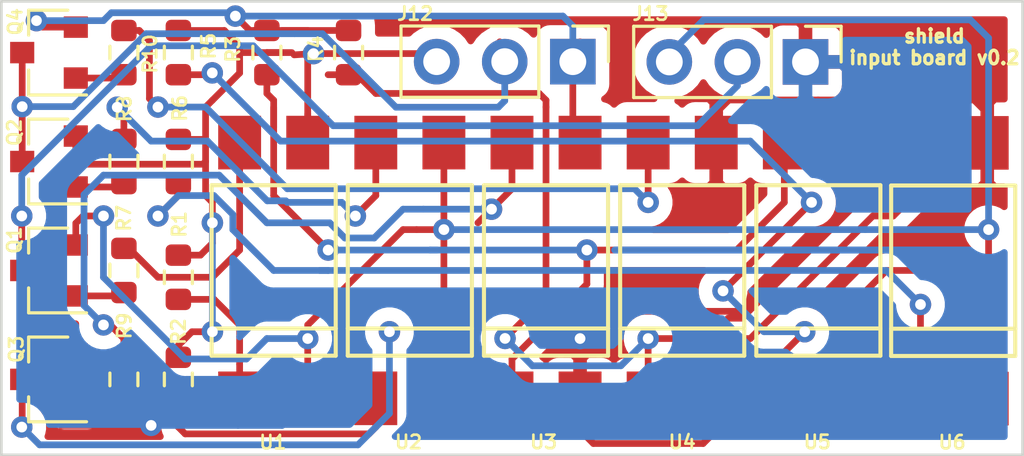
<source format=kicad_pcb>
(kicad_pcb (version 20171130) (host pcbnew "(5.1.12)-1")

  (general
    (thickness 1.6)
    (drawings 6)
    (tracks 297)
    (zones 0)
    (modules 22)
    (nets 21)
  )

  (page A4)
  (layers
    (0 F.Cu signal)
    (31 B.Cu signal)
    (32 B.Adhes user)
    (33 F.Adhes user)
    (34 B.Paste user)
    (35 F.Paste user)
    (36 B.SilkS user)
    (37 F.SilkS user)
    (38 B.Mask user)
    (39 F.Mask user)
    (40 Dwgs.User user)
    (41 Cmts.User user)
    (42 Eco1.User user)
    (43 Eco2.User user)
    (44 Edge.Cuts user)
    (45 Margin user)
    (46 B.CrtYd user)
    (47 F.CrtYd user)
    (48 B.Fab user)
    (49 F.Fab user hide)
  )

  (setup
    (last_trace_width 0.25)
    (trace_clearance 0.2)
    (zone_clearance 0.508)
    (zone_45_only no)
    (trace_min 0.2)
    (via_size 0.8)
    (via_drill 0.4)
    (via_min_size 0.4)
    (via_min_drill 0.3)
    (uvia_size 0.3)
    (uvia_drill 0.1)
    (uvias_allowed no)
    (uvia_min_size 0.2)
    (uvia_min_drill 0.1)
    (edge_width 0.1)
    (segment_width 0.2)
    (pcb_text_width 0.3)
    (pcb_text_size 1.5 1.5)
    (mod_edge_width 0.15)
    (mod_text_size 1 1)
    (mod_text_width 0.15)
    (pad_size 1.6 2)
    (pad_drill 0)
    (pad_to_mask_clearance 0)
    (aux_axis_origin 0 0)
    (visible_elements 7FFFFFFF)
    (pcbplotparams
      (layerselection 0x010fc_ffffffff)
      (usegerberextensions false)
      (usegerberattributes true)
      (usegerberadvancedattributes true)
      (creategerberjobfile true)
      (excludeedgelayer true)
      (linewidth 0.100000)
      (plotframeref false)
      (viasonmask false)
      (mode 1)
      (useauxorigin false)
      (hpglpennumber 1)
      (hpglpenspeed 20)
      (hpglpendiameter 15.000000)
      (psnegative false)
      (psa4output false)
      (plotreference true)
      (plotvalue true)
      (plotinvisibletext false)
      (padsonsilk false)
      (subtractmaskfromsilk false)
      (outputformat 1)
      (mirror false)
      (drillshape 1)
      (scaleselection 1)
      (outputdirectory ""))
  )

  (net 0 "")
  (net 1 +48V)
  (net 2 VDD)
  (net 3 +24V)
  (net 4 GND1)
  (net 5 GNDA)
  (net 6 GND)
  (net 7 "Net-(R1-Pad1)")
  (net 8 "Net-(R2-Pad1)")
  (net 9 "Net-(R3-Pad1)")
  (net 10 "Net-(R4-Pad1)")
  (net 11 "Net-(R5-Pad1)")
  (net 12 "Net-(R6-Pad1)")
  (net 13 "Net-(Q1-Pad1)")
  (net 14 "Net-(Q2-Pad1)")
  (net 15 "Net-(Q3-Pad1)")
  (net 16 "Net-(Q4-Pad1)")
  (net 17 "Net-(R7-Pad2)")
  (net 18 "Net-(R8-Pad2)")
  (net 19 "Net-(R9-Pad2)")
  (net 20 "Net-(R10-Pad2)")

  (net_class Default "To jest domyślna klasa połączeń."
    (clearance 0.2)
    (trace_width 0.25)
    (via_dia 0.8)
    (via_drill 0.4)
    (uvia_dia 0.3)
    (uvia_drill 0.1)
    (add_net +24V)
    (add_net +48V)
    (add_net GND)
    (add_net GND1)
    (add_net GNDA)
    (add_net "Net-(Q1-Pad1)")
    (add_net "Net-(Q2-Pad1)")
    (add_net "Net-(Q3-Pad1)")
    (add_net "Net-(Q4-Pad1)")
    (add_net "Net-(R1-Pad1)")
    (add_net "Net-(R10-Pad2)")
    (add_net "Net-(R2-Pad1)")
    (add_net "Net-(R3-Pad1)")
    (add_net "Net-(R4-Pad1)")
    (add_net "Net-(R5-Pad1)")
    (add_net "Net-(R6-Pad1)")
    (add_net "Net-(R7-Pad2)")
    (add_net "Net-(R8-Pad2)")
    (add_net "Net-(R9-Pad2)")
    (add_net VDD)
  )

  (module LTV814:LTV814 (layer F.Cu) (tedit 61BF214A) (tstamp 61BF2DEA)
    (at 215.85 71.13)
    (descr "<b>Dual  In Line SMD</b> 4 pol.<p>\nSource: LITE-ON ELECTRONICS, LTV816.pdf")
    (path /6B8349DE)
    (fp_text reference U6 (at -0.04 6.4) (layer F.SilkS)
      (effects (font (size 0.5 0.5) (thickness 0.1)))
    )
    (fp_text value PC817 (at -23.82 -0.62 90) (layer F.Fab)
      (effects (font (size 1 1) (thickness 0.15)))
    )
    (fp_line (start 2.315 -3.18) (end 2.315 2.164) (layer F.SilkS) (width 0.1524))
    (fp_line (start 2.315 2.164) (end 2.315 3.18) (layer F.SilkS) (width 0.1524))
    (fp_line (start -2.315 -3.18) (end 2.315 -3.18) (layer F.SilkS) (width 0.1524))
    (fp_line (start 2.315 3.18) (end -2.315 3.18) (layer F.SilkS) (width 0.1524))
    (fp_line (start -2.315 3.18) (end -2.315 -3.18) (layer F.SilkS) (width 0.1524))
    (fp_line (start 2.315 2.164) (end -2.315 2.164) (layer F.SilkS) (width 0.1524))
    (fp_poly (pts (xy -1.875 5.15) (xy -0.65 5.15) (xy -0.65 3.2) (xy -1.875 3.2)) (layer F.Fab) (width 0))
    (fp_poly (pts (xy 0.665 5.15) (xy 1.89 5.15) (xy 1.89 3.2) (xy 0.665 3.2)) (layer F.Fab) (width 0))
    (fp_poly (pts (xy 1.875 -5.15) (xy 0.65 -5.15) (xy 0.65 -3.2) (xy 1.875 -3.2)) (layer F.Fab) (width 0))
    (fp_poly (pts (xy -0.665 -5.15) (xy -1.89 -5.15) (xy -1.89 -3.2) (xy -0.665 -3.2)) (layer F.Fab) (width 0))
    (fp_text user %R (at 1.27 1.27) (layer F.Fab)
      (effects (font (size 1 1) (thickness 0.15)))
    )
    (pad 1 smd rect (at -1.27 4.77) (size 1.6 2) (layers F.Cu F.Paste F.Mask)
      (net 12 "Net-(R6-Pad1)") (solder_mask_margin 0.1016))
    (pad 2 smd rect (at 1.27 4.77) (size 1.6 2) (layers F.Cu F.Paste F.Mask)
      (net 4 GND1) (solder_mask_margin 0.1016))
    (pad 3 smd rect (at 1.27 -4.77 180) (size 1.6 2) (layers F.Cu F.Paste F.Mask)
      (net 6 GND) (solder_mask_margin 0.1016))
    (pad 4 smd rect (at -1.27 -4.77 180) (size 1.6 2) (layers F.Cu F.Paste F.Mask)
      (net 10 "Net-(R4-Pad1)") (solder_mask_margin 0.1016))
    (model ${KIPRJMOD}/3D_model/PC817.STEP
      (offset (xyz 0 0 2))
      (scale (xyz 1 1 1))
      (rotate (xyz -90 0 0))
    )
  )

  (module LTV814:LTV814 (layer F.Cu) (tedit 0) (tstamp 61AFFD92)
    (at 190.5 71.12)
    (descr "<b>Dual  In Line SMD</b> 4 pol.<p>\nSource: LITE-ON ELECTRONICS, LTV816.pdf")
    (path /6AC7F199)
    (fp_text reference U1 (at -0.03 6.41) (layer F.SilkS)
      (effects (font (size 0.5 0.5) (thickness 0.1)))
    )
    (fp_text value PC817 (at -3.5 -0.62 90) (layer F.Fab)
      (effects (font (size 1 1) (thickness 0.15)))
    )
    (fp_line (start 2.315 -3.18) (end 2.315 2.164) (layer F.SilkS) (width 0.1524))
    (fp_line (start 2.315 2.164) (end 2.315 3.18) (layer F.SilkS) (width 0.1524))
    (fp_line (start -2.315 -3.18) (end 2.315 -3.18) (layer F.SilkS) (width 0.1524))
    (fp_line (start 2.315 3.18) (end -2.315 3.18) (layer F.SilkS) (width 0.1524))
    (fp_line (start -2.315 3.18) (end -2.315 -3.18) (layer F.SilkS) (width 0.1524))
    (fp_line (start 2.315 2.164) (end -2.315 2.164) (layer F.SilkS) (width 0.1524))
    (fp_poly (pts (xy -1.875 5.15) (xy -0.65 5.15) (xy -0.65 3.2) (xy -1.875 3.2)) (layer F.Fab) (width 0))
    (fp_poly (pts (xy 0.665 5.15) (xy 1.89 5.15) (xy 1.89 3.2) (xy 0.665 3.2)) (layer F.Fab) (width 0))
    (fp_poly (pts (xy 1.875 -5.15) (xy 0.65 -5.15) (xy 0.65 -3.2) (xy 1.875 -3.2)) (layer F.Fab) (width 0))
    (fp_poly (pts (xy -0.665 -5.15) (xy -1.89 -5.15) (xy -1.89 -3.2) (xy -0.665 -3.2)) (layer F.Fab) (width 0))
    (fp_text user %R (at 1.27 1.27) (layer F.Fab)
      (effects (font (size 1 1) (thickness 0.15)))
    )
    (pad 4 smd rect (at -1.27 -4.77 180) (size 1.6 2) (layers F.Cu F.Paste F.Mask)
      (net 17 "Net-(R7-Pad2)") (solder_mask_margin 0.1016))
    (pad 3 smd rect (at 1.27 -4.77 180) (size 1.6 2) (layers F.Cu F.Paste F.Mask)
      (net 1 +48V) (solder_mask_margin 0.1016))
    (pad 2 smd rect (at 1.27 4.77) (size 1.6 2) (layers F.Cu F.Paste F.Mask)
      (net 4 GND1) (solder_mask_margin 0.1016))
    (pad 1 smd rect (at -1.27 4.77) (size 1.6 2) (layers F.Cu F.Paste F.Mask)
      (net 7 "Net-(R1-Pad1)") (solder_mask_margin 0.1016))
    (model ${KIPRJMOD}/3D_model/PC817.STEP
      (offset (xyz 0 0 2))
      (scale (xyz 1 1 1))
      (rotate (xyz -90 0 0))
    )
  )

  (module LTV814:LTV814 (layer F.Cu) (tedit 0) (tstamp 61AFFDAA)
    (at 195.58 71.12)
    (descr "<b>Dual  In Line SMD</b> 4 pol.<p>\nSource: LITE-ON ELECTRONICS, LTV816.pdf")
    (path /6B834A21)
    (fp_text reference U2 (at -0.05 6.4) (layer F.SilkS)
      (effects (font (size 0.5 0.5) (thickness 0.1)))
    )
    (fp_text value PC817 (at -8.58 -0.62 90) (layer F.Fab)
      (effects (font (size 1 1) (thickness 0.15)))
    )
    (fp_line (start 2.315 -3.18) (end 2.315 2.164) (layer F.SilkS) (width 0.1524))
    (fp_line (start 2.315 2.164) (end 2.315 3.18) (layer F.SilkS) (width 0.1524))
    (fp_line (start -2.315 -3.18) (end 2.315 -3.18) (layer F.SilkS) (width 0.1524))
    (fp_line (start 2.315 3.18) (end -2.315 3.18) (layer F.SilkS) (width 0.1524))
    (fp_line (start -2.315 3.18) (end -2.315 -3.18) (layer F.SilkS) (width 0.1524))
    (fp_line (start 2.315 2.164) (end -2.315 2.164) (layer F.SilkS) (width 0.1524))
    (fp_poly (pts (xy -1.875 5.15) (xy -0.65 5.15) (xy -0.65 3.2) (xy -1.875 3.2)) (layer F.Fab) (width 0))
    (fp_poly (pts (xy 0.665 5.15) (xy 1.89 5.15) (xy 1.89 3.2) (xy 0.665 3.2)) (layer F.Fab) (width 0))
    (fp_poly (pts (xy 1.875 -5.15) (xy 0.65 -5.15) (xy 0.65 -3.2) (xy 1.875 -3.2)) (layer F.Fab) (width 0))
    (fp_poly (pts (xy -0.665 -5.15) (xy -1.89 -5.15) (xy -1.89 -3.2) (xy -0.665 -3.2)) (layer F.Fab) (width 0))
    (fp_text user %R (at 1.27 1.27) (layer F.Fab)
      (effects (font (size 1 1) (thickness 0.15)))
    )
    (pad 4 smd rect (at -1.27 -4.77 180) (size 1.6 2) (layers F.Cu F.Paste F.Mask)
      (net 18 "Net-(R8-Pad2)") (solder_mask_margin 0.1016))
    (pad 3 smd rect (at 1.27 -4.77 180) (size 1.6 2) (layers F.Cu F.Paste F.Mask)
      (net 4 GND1) (solder_mask_margin 0.1016))
    (pad 2 smd rect (at 1.27 4.77) (size 1.6 2) (layers F.Cu F.Paste F.Mask)
      (net 4 GND1) (solder_mask_margin 0.1016))
    (pad 1 smd rect (at -1.27 4.77) (size 1.6 2) (layers F.Cu F.Paste F.Mask)
      (net 8 "Net-(R2-Pad1)") (solder_mask_margin 0.1016))
    (model ${KIPRJMOD}/3D_model/PC817.STEP
      (offset (xyz 0 0 2))
      (scale (xyz 1 1 1))
      (rotate (xyz -90 0 0))
    )
  )

  (module LTV814:LTV814 (layer F.Cu) (tedit 0) (tstamp 61AFFDC2)
    (at 200.66 71.12)
    (descr "<b>Dual  In Line SMD</b> 4 pol.<p>\nSource: LITE-ON ELECTRONICS, LTV816.pdf")
    (path /6AC7F32B)
    (fp_text reference U3 (at -0.09 6.4) (layer F.SilkS)
      (effects (font (size 0.5 0.5) (thickness 0.1)))
    )
    (fp_text value PC817 (at -13.66 -0.62 90) (layer F.Fab)
      (effects (font (size 1 1) (thickness 0.15)))
    )
    (fp_line (start 2.315 -3.18) (end 2.315 2.164) (layer F.SilkS) (width 0.1524))
    (fp_line (start 2.315 2.164) (end 2.315 3.18) (layer F.SilkS) (width 0.1524))
    (fp_line (start -2.315 -3.18) (end 2.315 -3.18) (layer F.SilkS) (width 0.1524))
    (fp_line (start 2.315 3.18) (end -2.315 3.18) (layer F.SilkS) (width 0.1524))
    (fp_line (start -2.315 3.18) (end -2.315 -3.18) (layer F.SilkS) (width 0.1524))
    (fp_line (start 2.315 2.164) (end -2.315 2.164) (layer F.SilkS) (width 0.1524))
    (fp_poly (pts (xy -1.875 5.15) (xy -0.65 5.15) (xy -0.65 3.2) (xy -1.875 3.2)) (layer F.Fab) (width 0))
    (fp_poly (pts (xy 0.665 5.15) (xy 1.89 5.15) (xy 1.89 3.2) (xy 0.665 3.2)) (layer F.Fab) (width 0))
    (fp_poly (pts (xy 1.875 -5.15) (xy 0.65 -5.15) (xy 0.65 -3.2) (xy 1.875 -3.2)) (layer F.Fab) (width 0))
    (fp_poly (pts (xy -0.665 -5.15) (xy -1.89 -5.15) (xy -1.89 -3.2) (xy -0.665 -3.2)) (layer F.Fab) (width 0))
    (fp_text user %R (at 1.27 1.27) (layer F.Fab)
      (effects (font (size 1 1) (thickness 0.15)))
    )
    (pad 4 smd rect (at -1.27 -4.77 180) (size 1.6 2) (layers F.Cu F.Paste F.Mask)
      (net 19 "Net-(R9-Pad2)") (solder_mask_margin 0.1016))
    (pad 3 smd rect (at 1.27 -4.77 180) (size 1.6 2) (layers F.Cu F.Paste F.Mask)
      (net 3 +24V) (solder_mask_margin 0.1016))
    (pad 2 smd rect (at 1.27 4.77) (size 1.6 2) (layers F.Cu F.Paste F.Mask)
      (net 6 GND) (solder_mask_margin 0.1016))
    (pad 1 smd rect (at -1.27 4.77) (size 1.6 2) (layers F.Cu F.Paste F.Mask)
      (net 9 "Net-(R3-Pad1)") (solder_mask_margin 0.1016))
    (model ${KIPRJMOD}/3D_model/PC817.STEP
      (offset (xyz 0 0 2))
      (scale (xyz 1 1 1))
      (rotate (xyz -90 0 0))
    )
  )

  (module LTV814:LTV814 (layer F.Cu) (tedit 0) (tstamp 61AFFDDA)
    (at 205.74 71.12)
    (descr "<b>Dual  In Line SMD</b> 4 pol.<p>\nSource: LITE-ON ELECTRONICS, LTV816.pdf")
    (path /6AC7F1DC)
    (fp_text reference U4 (at 0 6.4) (layer F.SilkS)
      (effects (font (size 0.5 0.5) (thickness 0.1)))
    )
    (fp_text value PC817 (at -18.74 -0.62 90) (layer F.Fab)
      (effects (font (size 1 1) (thickness 0.15)))
    )
    (fp_line (start 2.315 -3.18) (end 2.315 2.164) (layer F.SilkS) (width 0.1524))
    (fp_line (start 2.315 2.164) (end 2.315 3.18) (layer F.SilkS) (width 0.1524))
    (fp_line (start -2.315 -3.18) (end 2.315 -3.18) (layer F.SilkS) (width 0.1524))
    (fp_line (start 2.315 3.18) (end -2.315 3.18) (layer F.SilkS) (width 0.1524))
    (fp_line (start -2.315 3.18) (end -2.315 -3.18) (layer F.SilkS) (width 0.1524))
    (fp_line (start 2.315 2.164) (end -2.315 2.164) (layer F.SilkS) (width 0.1524))
    (fp_poly (pts (xy -1.875 5.15) (xy -0.65 5.15) (xy -0.65 3.2) (xy -1.875 3.2)) (layer F.Fab) (width 0))
    (fp_poly (pts (xy 0.665 5.15) (xy 1.89 5.15) (xy 1.89 3.2) (xy 0.665 3.2)) (layer F.Fab) (width 0))
    (fp_poly (pts (xy 1.875 -5.15) (xy 0.65 -5.15) (xy 0.65 -3.2) (xy 1.875 -3.2)) (layer F.Fab) (width 0))
    (fp_poly (pts (xy -0.665 -5.15) (xy -1.89 -5.15) (xy -1.89 -3.2) (xy -0.665 -3.2)) (layer F.Fab) (width 0))
    (fp_text user %R (at 1.27 1.27) (layer F.Fab)
      (effects (font (size 1 1) (thickness 0.15)))
    )
    (pad 4 smd rect (at -1.27 -4.77 180) (size 1.6 2) (layers F.Cu F.Paste F.Mask)
      (net 20 "Net-(R10-Pad2)") (solder_mask_margin 0.1016))
    (pad 3 smd rect (at 1.27 -4.77 180) (size 1.6 2) (layers F.Cu F.Paste F.Mask)
      (net 6 GND) (solder_mask_margin 0.1016))
    (pad 2 smd rect (at 1.27 4.77) (size 1.6 2) (layers F.Cu F.Paste F.Mask)
      (net 6 GND) (solder_mask_margin 0.1016))
    (pad 1 smd rect (at -1.27 4.77) (size 1.6 2) (layers F.Cu F.Paste F.Mask)
      (net 10 "Net-(R4-Pad1)") (solder_mask_margin 0.1016))
    (model ${KIPRJMOD}/3D_model/PC817.STEP
      (offset (xyz 0 0 2))
      (scale (xyz 1 1 1))
      (rotate (xyz -90 0 0))
    )
  )

  (module LTV814:LTV814 (layer F.Cu) (tedit 0) (tstamp 61AFFDF2)
    (at 210.82 71.12)
    (descr "<b>Dual  In Line SMD</b> 4 pol.<p>\nSource: LITE-ON ELECTRONICS, LTV816.pdf")
    (path /6B8349DE)
    (fp_text reference U5 (at -0.04 6.4) (layer F.SilkS)
      (effects (font (size 0.5 0.5) (thickness 0.1)))
    )
    (fp_text value PC817 (at -23.82 -0.62 90) (layer F.Fab)
      (effects (font (size 1 1) (thickness 0.15)))
    )
    (fp_line (start 2.315 -3.18) (end 2.315 2.164) (layer F.SilkS) (width 0.1524))
    (fp_line (start 2.315 2.164) (end 2.315 3.18) (layer F.SilkS) (width 0.1524))
    (fp_line (start -2.315 -3.18) (end 2.315 -3.18) (layer F.SilkS) (width 0.1524))
    (fp_line (start 2.315 3.18) (end -2.315 3.18) (layer F.SilkS) (width 0.1524))
    (fp_line (start -2.315 3.18) (end -2.315 -3.18) (layer F.SilkS) (width 0.1524))
    (fp_line (start 2.315 2.164) (end -2.315 2.164) (layer F.SilkS) (width 0.1524))
    (fp_poly (pts (xy -1.875 5.15) (xy -0.65 5.15) (xy -0.65 3.2) (xy -1.875 3.2)) (layer F.Fab) (width 0))
    (fp_poly (pts (xy 0.665 5.15) (xy 1.89 5.15) (xy 1.89 3.2) (xy 0.665 3.2)) (layer F.Fab) (width 0))
    (fp_poly (pts (xy 1.875 -5.15) (xy 0.65 -5.15) (xy 0.65 -3.2) (xy 1.875 -3.2)) (layer F.Fab) (width 0))
    (fp_poly (pts (xy -0.665 -5.15) (xy -1.89 -5.15) (xy -1.89 -3.2) (xy -0.665 -3.2)) (layer F.Fab) (width 0))
    (fp_text user %R (at 1.27 1.27) (layer F.Fab)
      (effects (font (size 1 1) (thickness 0.15)))
    )
    (pad 4 smd rect (at -1.27 -4.77 180) (size 1.6 2) (layers F.Cu F.Paste F.Mask)
      (net 9 "Net-(R3-Pad1)") (solder_mask_margin 0.1016))
    (pad 3 smd rect (at 1.27 -4.77 180) (size 1.6 2) (layers F.Cu F.Paste F.Mask)
      (net 6 GND) (solder_mask_margin 0.1016))
    (pad 2 smd rect (at 1.27 4.77) (size 1.6 2) (layers F.Cu F.Paste F.Mask)
      (net 4 GND1) (solder_mask_margin 0.1016))
    (pad 1 smd rect (at -1.27 4.77) (size 1.6 2) (layers F.Cu F.Paste F.Mask)
      (net 11 "Net-(R5-Pad1)") (solder_mask_margin 0.1016))
    (model ${KIPRJMOD}/3D_model/PC817.STEP
      (offset (xyz 0 0 2))
      (scale (xyz 1 1 1))
      (rotate (xyz -90 0 0))
    )
  )

  (module Resistor_SMD:R_0603_1608Metric (layer F.Cu) (tedit 5F68FEEE) (tstamp 61AFFD47)
    (at 193.294 62.992 90)
    (descr "Resistor SMD 0603 (1608 Metric), square (rectangular) end terminal, IPC_7351 nominal, (Body size source: IPC-SM-782 page 72, https://www.pcb-3d.com/wordpress/wp-content/uploads/ipc-sm-782a_amendment_1_and_2.pdf), generated with kicad-footprint-generator")
    (tags resistor)
    (path /6AC7F218)
    (attr smd)
    (fp_text reference R4 (at 0.142 -1.214 90) (layer F.SilkS)
      (effects (font (size 0.5 0.5) (thickness 0.1)))
    )
    (fp_text value 10k (at 2.54 -1.27 90) (layer F.Fab)
      (effects (font (size 1 1) (thickness 0.15)))
    )
    (fp_line (start -0.8 0.4125) (end -0.8 -0.4125) (layer F.Fab) (width 0.1))
    (fp_line (start -0.8 -0.4125) (end 0.8 -0.4125) (layer F.Fab) (width 0.1))
    (fp_line (start 0.8 -0.4125) (end 0.8 0.4125) (layer F.Fab) (width 0.1))
    (fp_line (start 0.8 0.4125) (end -0.8 0.4125) (layer F.Fab) (width 0.1))
    (fp_line (start -0.237258 -0.5225) (end 0.237258 -0.5225) (layer F.SilkS) (width 0.12))
    (fp_line (start -0.237258 0.5225) (end 0.237258 0.5225) (layer F.SilkS) (width 0.12))
    (fp_line (start -1.48 0.73) (end -1.48 -0.73) (layer F.CrtYd) (width 0.05))
    (fp_line (start -1.48 -0.73) (end 1.48 -0.73) (layer F.CrtYd) (width 0.05))
    (fp_line (start 1.48 -0.73) (end 1.48 0.73) (layer F.CrtYd) (width 0.05))
    (fp_line (start 1.48 0.73) (end -1.48 0.73) (layer F.CrtYd) (width 0.05))
    (fp_text user %R (at 0 0 90) (layer F.Fab)
      (effects (font (size 0.4 0.4) (thickness 0.06)))
    )
    (pad 2 smd roundrect (at 0.825 0 90) (size 0.8 0.95) (layers F.Cu F.Paste F.Mask) (roundrect_rratio 0.25)
      (net 3 +24V))
    (pad 1 smd roundrect (at -0.825 0 90) (size 0.8 0.95) (layers F.Cu F.Paste F.Mask) (roundrect_rratio 0.25)
      (net 10 "Net-(R4-Pad1)"))
    (model ${KISYS3DMOD}/Resistor_SMD.3dshapes/R_0603_1608Metric.wrl
      (at (xyz 0 0 0))
      (scale (xyz 1 1 1))
      (rotate (xyz 0 0 0))
    )
  )

  (module Resistor_SMD:R_0603_1608Metric (layer F.Cu) (tedit 5F68FEEE) (tstamp 61B8F0EB)
    (at 186.944 75.184 90)
    (descr "Resistor SMD 0603 (1608 Metric), square (rectangular) end terminal, IPC_7351 nominal, (Body size source: IPC-SM-782 page 72, https://www.pcb-3d.com/wordpress/wp-content/uploads/ipc-sm-782a_amendment_1_and_2.pdf), generated with kicad-footprint-generator")
    (tags resistor)
    (path /6B834A1A)
    (attr smd)
    (fp_text reference R2 (at 1.784 0.006 90) (layer F.SilkS)
      (effects (font (size 0.5 0.5) (thickness 0.1)))
    )
    (fp_text value 10k (at 0 1.43 90) (layer F.Fab)
      (effects (font (size 1 1) (thickness 0.15)))
    )
    (fp_line (start 1.48 0.73) (end -1.48 0.73) (layer F.CrtYd) (width 0.05))
    (fp_line (start 1.48 -0.73) (end 1.48 0.73) (layer F.CrtYd) (width 0.05))
    (fp_line (start -1.48 -0.73) (end 1.48 -0.73) (layer F.CrtYd) (width 0.05))
    (fp_line (start -1.48 0.73) (end -1.48 -0.73) (layer F.CrtYd) (width 0.05))
    (fp_line (start -0.237258 0.5225) (end 0.237258 0.5225) (layer F.SilkS) (width 0.12))
    (fp_line (start -0.237258 -0.5225) (end 0.237258 -0.5225) (layer F.SilkS) (width 0.12))
    (fp_line (start 0.8 0.4125) (end -0.8 0.4125) (layer F.Fab) (width 0.1))
    (fp_line (start 0.8 -0.4125) (end 0.8 0.4125) (layer F.Fab) (width 0.1))
    (fp_line (start -0.8 -0.4125) (end 0.8 -0.4125) (layer F.Fab) (width 0.1))
    (fp_line (start -0.8 0.4125) (end -0.8 -0.4125) (layer F.Fab) (width 0.1))
    (fp_text user %R (at 0 0 90) (layer F.Fab)
      (effects (font (size 0.4 0.4) (thickness 0.06)))
    )
    (pad 2 smd roundrect (at 0.825 0 90) (size 0.8 0.95) (layers F.Cu F.Paste F.Mask) (roundrect_rratio 0.25)
      (net 1 +48V))
    (pad 1 smd roundrect (at -0.825 0 90) (size 0.8 0.95) (layers F.Cu F.Paste F.Mask) (roundrect_rratio 0.25)
      (net 8 "Net-(R2-Pad1)"))
    (model ${KISYS3DMOD}/Resistor_SMD.3dshapes/R_0603_1608Metric.wrl
      (at (xyz 0 0 0))
      (scale (xyz 1 1 1))
      (rotate (xyz 0 0 0))
    )
  )

  (module Resistor_SMD:R_0603_1608Metric (layer F.Cu) (tedit 5F68FEEE) (tstamp 61AFFD25)
    (at 186.944 71.374 90)
    (descr "Resistor SMD 0603 (1608 Metric), square (rectangular) end terminal, IPC_7351 nominal, (Body size source: IPC-SM-782 page 72, https://www.pcb-3d.com/wordpress/wp-content/uploads/ipc-sm-782a_amendment_1_and_2.pdf), generated with kicad-footprint-generator")
    (tags resistor)
    (path /6AC7F192)
    (attr smd)
    (fp_text reference R1 (at 1.974 0.036 90) (layer F.SilkS)
      (effects (font (size 0.5 0.5) (thickness 0.1)))
    )
    (fp_text value 10k (at 2.54 1.27 90) (layer F.Fab)
      (effects (font (size 1 1) (thickness 0.15)))
    )
    (fp_line (start -0.8 0.4125) (end -0.8 -0.4125) (layer F.Fab) (width 0.1))
    (fp_line (start -0.8 -0.4125) (end 0.8 -0.4125) (layer F.Fab) (width 0.1))
    (fp_line (start 0.8 -0.4125) (end 0.8 0.4125) (layer F.Fab) (width 0.1))
    (fp_line (start 0.8 0.4125) (end -0.8 0.4125) (layer F.Fab) (width 0.1))
    (fp_line (start -0.237258 -0.5225) (end 0.237258 -0.5225) (layer F.SilkS) (width 0.12))
    (fp_line (start -0.237258 0.5225) (end 0.237258 0.5225) (layer F.SilkS) (width 0.12))
    (fp_line (start -1.48 0.73) (end -1.48 -0.73) (layer F.CrtYd) (width 0.05))
    (fp_line (start -1.48 -0.73) (end 1.48 -0.73) (layer F.CrtYd) (width 0.05))
    (fp_line (start 1.48 -0.73) (end 1.48 0.73) (layer F.CrtYd) (width 0.05))
    (fp_line (start 1.48 0.73) (end -1.48 0.73) (layer F.CrtYd) (width 0.05))
    (fp_text user %R (at 0 0 90) (layer F.Fab)
      (effects (font (size 0.4 0.4) (thickness 0.06)))
    )
    (pad 2 smd roundrect (at 0.825 0 90) (size 0.8 0.95) (layers F.Cu F.Paste F.Mask) (roundrect_rratio 0.25)
      (net 1 +48V))
    (pad 1 smd roundrect (at -0.825 0 90) (size 0.8 0.95) (layers F.Cu F.Paste F.Mask) (roundrect_rratio 0.25)
      (net 7 "Net-(R1-Pad1)"))
    (model ${KISYS3DMOD}/Resistor_SMD.3dshapes/R_0603_1608Metric.wrl
      (at (xyz 0 0 0))
      (scale (xyz 1 1 1))
      (rotate (xyz 0 0 0))
    )
  )

  (module Resistor_SMD:R_0603_1608Metric (layer F.Cu) (tedit 5F68FEEE) (tstamp 61B11D51)
    (at 184.912 62.992 90)
    (descr "Resistor SMD 0603 (1608 Metric), square (rectangular) end terminal, IPC_7351 nominal, (Body size source: IPC-SM-782 page 72, https://www.pcb-3d.com/wordpress/wp-content/uploads/ipc-sm-782a_amendment_1_and_2.pdf), generated with kicad-footprint-generator")
    (tags resistor)
    (path /61B33AEE)
    (attr smd)
    (fp_text reference R10 (at -0.048 0.978 270) (layer F.SilkS)
      (effects (font (size 0.5 0.5) (thickness 0.1)))
    )
    (fp_text value 10k (at 0 1.43 90) (layer F.Fab)
      (effects (font (size 1 1) (thickness 0.15)))
    )
    (fp_line (start -0.8 0.4125) (end -0.8 -0.4125) (layer F.Fab) (width 0.1))
    (fp_line (start -0.8 -0.4125) (end 0.8 -0.4125) (layer F.Fab) (width 0.1))
    (fp_line (start 0.8 -0.4125) (end 0.8 0.4125) (layer F.Fab) (width 0.1))
    (fp_line (start 0.8 0.4125) (end -0.8 0.4125) (layer F.Fab) (width 0.1))
    (fp_line (start -0.237258 -0.5225) (end 0.237258 -0.5225) (layer F.SilkS) (width 0.12))
    (fp_line (start -0.237258 0.5225) (end 0.237258 0.5225) (layer F.SilkS) (width 0.12))
    (fp_line (start -1.48 0.73) (end -1.48 -0.73) (layer F.CrtYd) (width 0.05))
    (fp_line (start -1.48 -0.73) (end 1.48 -0.73) (layer F.CrtYd) (width 0.05))
    (fp_line (start 1.48 -0.73) (end 1.48 0.73) (layer F.CrtYd) (width 0.05))
    (fp_line (start 1.48 0.73) (end -1.48 0.73) (layer F.CrtYd) (width 0.05))
    (fp_text user %R (at 0 0 90) (layer F.Fab)
      (effects (font (size 0.4 0.4) (thickness 0.06)))
    )
    (pad 2 smd roundrect (at 0.825 0 90) (size 0.8 0.95) (layers F.Cu F.Paste F.Mask) (roundrect_rratio 0.25)
      (net 20 "Net-(R10-Pad2)"))
    (pad 1 smd roundrect (at -0.825 0 90) (size 0.8 0.95) (layers F.Cu F.Paste F.Mask) (roundrect_rratio 0.25)
      (net 16 "Net-(Q4-Pad1)"))
    (model ${KISYS3DMOD}/Resistor_SMD.3dshapes/R_0603_1608Metric.wrl
      (at (xyz 0 0 0))
      (scale (xyz 1 1 1))
      (rotate (xyz 0 0 0))
    )
  )

  (module Package_TO_SOT_SMD:SOT-23 (layer F.Cu) (tedit 5A02FF57) (tstamp 61B11C0E)
    (at 182.118 75.184 180)
    (descr "SOT-23, Standard")
    (tags SOT-23)
    (path /61B13FA1)
    (attr smd)
    (fp_text reference Q3 (at 1.218 1.124 90) (layer F.SilkS)
      (effects (font (size 0.5 0.5) (thickness 0.1)))
    )
    (fp_text value BC817 (at 0 2.5) (layer F.Fab)
      (effects (font (size 1 1) (thickness 0.15)))
    )
    (fp_line (start -0.7 -0.95) (end -0.7 1.5) (layer F.Fab) (width 0.1))
    (fp_line (start -0.15 -1.52) (end 0.7 -1.52) (layer F.Fab) (width 0.1))
    (fp_line (start -0.7 -0.95) (end -0.15 -1.52) (layer F.Fab) (width 0.1))
    (fp_line (start 0.7 -1.52) (end 0.7 1.52) (layer F.Fab) (width 0.1))
    (fp_line (start -0.7 1.52) (end 0.7 1.52) (layer F.Fab) (width 0.1))
    (fp_line (start 0.76 1.58) (end 0.76 0.65) (layer F.SilkS) (width 0.12))
    (fp_line (start 0.76 -1.58) (end 0.76 -0.65) (layer F.SilkS) (width 0.12))
    (fp_line (start -1.7 -1.75) (end 1.7 -1.75) (layer F.CrtYd) (width 0.05))
    (fp_line (start 1.7 -1.75) (end 1.7 1.75) (layer F.CrtYd) (width 0.05))
    (fp_line (start 1.7 1.75) (end -1.7 1.75) (layer F.CrtYd) (width 0.05))
    (fp_line (start -1.7 1.75) (end -1.7 -1.75) (layer F.CrtYd) (width 0.05))
    (fp_line (start 0.76 -1.58) (end -1.4 -1.58) (layer F.SilkS) (width 0.12))
    (fp_line (start 0.76 1.58) (end -0.7 1.58) (layer F.SilkS) (width 0.12))
    (fp_text user %R (at 0 0 90) (layer F.Fab)
      (effects (font (size 0.5 0.5) (thickness 0.075)))
    )
    (pad 3 smd rect (at 1 0 180) (size 0.9 0.8) (layers F.Cu F.Paste F.Mask)
      (net 5 GNDA))
    (pad 2 smd rect (at -1 0.95 180) (size 0.9 0.8) (layers F.Cu F.Paste F.Mask)
      (net 6 GND))
    (pad 1 smd rect (at -1 -0.95 180) (size 0.9 0.8) (layers F.Cu F.Paste F.Mask)
      (net 15 "Net-(Q3-Pad1)"))
    (model ${KISYS3DMOD}/Package_TO_SOT_SMD.3dshapes/SOT-23.wrl
      (at (xyz 0 0 0))
      (scale (xyz 1 1 1))
      (rotate (xyz 0 0 0))
    )
  )

  (module Package_TO_SOT_SMD:SOT-23 (layer F.Cu) (tedit 5A02FF57) (tstamp 61B11C38)
    (at 182.118 67.056 180)
    (descr "SOT-23, Standard")
    (tags SOT-23)
    (path /61B1ACEC)
    (attr smd)
    (fp_text reference Q2 (at 1.288 1.086 90) (layer F.SilkS)
      (effects (font (size 0.5 0.5) (thickness 0.1)))
    )
    (fp_text value BC807 (at 0 2.5) (layer F.Fab)
      (effects (font (size 1 1) (thickness 0.15)))
    )
    (fp_line (start -0.7 -0.95) (end -0.7 1.5) (layer F.Fab) (width 0.1))
    (fp_line (start -0.15 -1.52) (end 0.7 -1.52) (layer F.Fab) (width 0.1))
    (fp_line (start -0.7 -0.95) (end -0.15 -1.52) (layer F.Fab) (width 0.1))
    (fp_line (start 0.7 -1.52) (end 0.7 1.52) (layer F.Fab) (width 0.1))
    (fp_line (start -0.7 1.52) (end 0.7 1.52) (layer F.Fab) (width 0.1))
    (fp_line (start 0.76 1.58) (end 0.76 0.65) (layer F.SilkS) (width 0.12))
    (fp_line (start 0.76 -1.58) (end 0.76 -0.65) (layer F.SilkS) (width 0.12))
    (fp_line (start -1.7 -1.75) (end 1.7 -1.75) (layer F.CrtYd) (width 0.05))
    (fp_line (start 1.7 -1.75) (end 1.7 1.75) (layer F.CrtYd) (width 0.05))
    (fp_line (start 1.7 1.75) (end -1.7 1.75) (layer F.CrtYd) (width 0.05))
    (fp_line (start -1.7 1.75) (end -1.7 -1.75) (layer F.CrtYd) (width 0.05))
    (fp_line (start 0.76 -1.58) (end -1.4 -1.58) (layer F.SilkS) (width 0.12))
    (fp_line (start 0.76 1.58) (end -0.7 1.58) (layer F.SilkS) (width 0.12))
    (fp_text user %R (at 0 0 90) (layer F.Fab)
      (effects (font (size 0.5 0.5) (thickness 0.075)))
    )
    (pad 3 smd rect (at 1 0 180) (size 0.9 0.8) (layers F.Cu F.Paste F.Mask)
      (net 2 VDD))
    (pad 2 smd rect (at -1 0.95 180) (size 0.9 0.8) (layers F.Cu F.Paste F.Mask)
      (net 1 +48V))
    (pad 1 smd rect (at -1 -0.95 180) (size 0.9 0.8) (layers F.Cu F.Paste F.Mask)
      (net 14 "Net-(Q2-Pad1)"))
    (model ${KISYS3DMOD}/Package_TO_SOT_SMD.3dshapes/SOT-23.wrl
      (at (xyz 0 0 0))
      (scale (xyz 1 1 1))
      (rotate (xyz 0 0 0))
    )
  )

  (module Resistor_SMD:R_0603_1608Metric (layer F.Cu) (tedit 5F68FEEE) (tstamp 61B11D2F)
    (at 184.912 71.12 90)
    (descr "Resistor SMD 0603 (1608 Metric), square (rectangular) end terminal, IPC_7351 nominal, (Body size source: IPC-SM-782 page 72, https://www.pcb-3d.com/wordpress/wp-content/uploads/ipc-sm-782a_amendment_1_and_2.pdf), generated with kicad-footprint-generator")
    (tags resistor)
    (path /61B331CD)
    (attr smd)
    (fp_text reference R7 (at 1.95 -0.002 90) (layer F.SilkS)
      (effects (font (size 0.5 0.5) (thickness 0.1)))
    )
    (fp_text value 10k (at 0 1.43 90) (layer F.Fab)
      (effects (font (size 1 1) (thickness 0.15)))
    )
    (fp_line (start -0.8 0.4125) (end -0.8 -0.4125) (layer F.Fab) (width 0.1))
    (fp_line (start -0.8 -0.4125) (end 0.8 -0.4125) (layer F.Fab) (width 0.1))
    (fp_line (start 0.8 -0.4125) (end 0.8 0.4125) (layer F.Fab) (width 0.1))
    (fp_line (start 0.8 0.4125) (end -0.8 0.4125) (layer F.Fab) (width 0.1))
    (fp_line (start -0.237258 -0.5225) (end 0.237258 -0.5225) (layer F.SilkS) (width 0.12))
    (fp_line (start -0.237258 0.5225) (end 0.237258 0.5225) (layer F.SilkS) (width 0.12))
    (fp_line (start -1.48 0.73) (end -1.48 -0.73) (layer F.CrtYd) (width 0.05))
    (fp_line (start -1.48 -0.73) (end 1.48 -0.73) (layer F.CrtYd) (width 0.05))
    (fp_line (start 1.48 -0.73) (end 1.48 0.73) (layer F.CrtYd) (width 0.05))
    (fp_line (start 1.48 0.73) (end -1.48 0.73) (layer F.CrtYd) (width 0.05))
    (fp_text user %R (at 0 0 90) (layer F.Fab)
      (effects (font (size 0.4 0.4) (thickness 0.06)))
    )
    (pad 2 smd roundrect (at 0.825 0 90) (size 0.8 0.95) (layers F.Cu F.Paste F.Mask) (roundrect_rratio 0.25)
      (net 17 "Net-(R7-Pad2)"))
    (pad 1 smd roundrect (at -0.825 0 90) (size 0.8 0.95) (layers F.Cu F.Paste F.Mask) (roundrect_rratio 0.25)
      (net 13 "Net-(Q1-Pad1)"))
    (model ${KISYS3DMOD}/Resistor_SMD.3dshapes/R_0603_1608Metric.wrl
      (at (xyz 0 0 0))
      (scale (xyz 1 1 1))
      (rotate (xyz 0 0 0))
    )
  )

  (module Package_TO_SOT_SMD:SOT-23 (layer F.Cu) (tedit 5A02FF57) (tstamp 61B11C23)
    (at 182.118 71.12 180)
    (descr "SOT-23, Standard")
    (tags SOT-23)
    (path /61B176E8)
    (attr smd)
    (fp_text reference Q1 (at 1.288 1.13 90) (layer F.SilkS)
      (effects (font (size 0.5 0.5) (thickness 0.1)))
    )
    (fp_text value BC817 (at 0 2.5) (layer F.Fab)
      (effects (font (size 1 1) (thickness 0.15)))
    )
    (fp_line (start -0.7 -0.95) (end -0.7 1.5) (layer F.Fab) (width 0.1))
    (fp_line (start -0.15 -1.52) (end 0.7 -1.52) (layer F.Fab) (width 0.1))
    (fp_line (start -0.7 -0.95) (end -0.15 -1.52) (layer F.Fab) (width 0.1))
    (fp_line (start 0.7 -1.52) (end 0.7 1.52) (layer F.Fab) (width 0.1))
    (fp_line (start -0.7 1.52) (end 0.7 1.52) (layer F.Fab) (width 0.1))
    (fp_line (start 0.76 1.58) (end 0.76 0.65) (layer F.SilkS) (width 0.12))
    (fp_line (start 0.76 -1.58) (end 0.76 -0.65) (layer F.SilkS) (width 0.12))
    (fp_line (start -1.7 -1.75) (end 1.7 -1.75) (layer F.CrtYd) (width 0.05))
    (fp_line (start 1.7 -1.75) (end 1.7 1.75) (layer F.CrtYd) (width 0.05))
    (fp_line (start 1.7 1.75) (end -1.7 1.75) (layer F.CrtYd) (width 0.05))
    (fp_line (start -1.7 1.75) (end -1.7 -1.75) (layer F.CrtYd) (width 0.05))
    (fp_line (start 0.76 -1.58) (end -1.4 -1.58) (layer F.SilkS) (width 0.12))
    (fp_line (start 0.76 1.58) (end -0.7 1.58) (layer F.SilkS) (width 0.12))
    (fp_text user %R (at 0 0 90) (layer F.Fab)
      (effects (font (size 0.5 0.5) (thickness 0.075)))
    )
    (pad 3 smd rect (at 1 0 180) (size 0.9 0.8) (layers F.Cu F.Paste F.Mask)
      (net 5 GNDA))
    (pad 2 smd rect (at -1 0.95 180) (size 0.9 0.8) (layers F.Cu F.Paste F.Mask)
      (net 4 GND1))
    (pad 1 smd rect (at -1 -0.95 180) (size 0.9 0.8) (layers F.Cu F.Paste F.Mask)
      (net 13 "Net-(Q1-Pad1)"))
    (model ${KISYS3DMOD}/Package_TO_SOT_SMD.3dshapes/SOT-23.wrl
      (at (xyz 0 0 0))
      (scale (xyz 1 1 1))
      (rotate (xyz 0 0 0))
    )
  )

  (module Resistor_SMD:R_0603_1608Metric (layer F.Cu) (tedit 5F68FEEE) (tstamp 61B11D1E)
    (at 184.912 75.184 90)
    (descr "Resistor SMD 0603 (1608 Metric), square (rectangular) end terminal, IPC_7351 nominal, (Body size source: IPC-SM-782 page 72, https://www.pcb-3d.com/wordpress/wp-content/uploads/ipc-sm-782a_amendment_1_and_2.pdf), generated with kicad-footprint-generator")
    (tags resistor)
    (path /61B329CB)
    (attr smd)
    (fp_text reference R9 (at 1.994 0.018 90) (layer F.SilkS)
      (effects (font (size 0.5 0.5) (thickness 0.1)))
    )
    (fp_text value 10k (at 0 1.43 90) (layer F.Fab)
      (effects (font (size 1 1) (thickness 0.15)))
    )
    (fp_line (start -0.8 0.4125) (end -0.8 -0.4125) (layer F.Fab) (width 0.1))
    (fp_line (start -0.8 -0.4125) (end 0.8 -0.4125) (layer F.Fab) (width 0.1))
    (fp_line (start 0.8 -0.4125) (end 0.8 0.4125) (layer F.Fab) (width 0.1))
    (fp_line (start 0.8 0.4125) (end -0.8 0.4125) (layer F.Fab) (width 0.1))
    (fp_line (start -0.237258 -0.5225) (end 0.237258 -0.5225) (layer F.SilkS) (width 0.12))
    (fp_line (start -0.237258 0.5225) (end 0.237258 0.5225) (layer F.SilkS) (width 0.12))
    (fp_line (start -1.48 0.73) (end -1.48 -0.73) (layer F.CrtYd) (width 0.05))
    (fp_line (start -1.48 -0.73) (end 1.48 -0.73) (layer F.CrtYd) (width 0.05))
    (fp_line (start 1.48 -0.73) (end 1.48 0.73) (layer F.CrtYd) (width 0.05))
    (fp_line (start 1.48 0.73) (end -1.48 0.73) (layer F.CrtYd) (width 0.05))
    (fp_text user %R (at 0 0 90) (layer F.Fab)
      (effects (font (size 0.4 0.4) (thickness 0.06)))
    )
    (pad 2 smd roundrect (at 0.825 0 90) (size 0.8 0.95) (layers F.Cu F.Paste F.Mask) (roundrect_rratio 0.25)
      (net 19 "Net-(R9-Pad2)"))
    (pad 1 smd roundrect (at -0.825 0 90) (size 0.8 0.95) (layers F.Cu F.Paste F.Mask) (roundrect_rratio 0.25)
      (net 15 "Net-(Q3-Pad1)"))
    (model ${KISYS3DMOD}/Resistor_SMD.3dshapes/R_0603_1608Metric.wrl
      (at (xyz 0 0 0))
      (scale (xyz 1 1 1))
      (rotate (xyz 0 0 0))
    )
  )

  (module Resistor_SMD:R_0603_1608Metric (layer F.Cu) (tedit 5F68FEEE) (tstamp 61B11D40)
    (at 184.912 67.056 90)
    (descr "Resistor SMD 0603 (1608 Metric), square (rectangular) end terminal, IPC_7351 nominal, (Body size source: IPC-SM-782 page 72, https://www.pcb-3d.com/wordpress/wp-content/uploads/ipc-sm-782a_amendment_1_and_2.pdf), generated with kicad-footprint-generator")
    (tags resistor)
    (path /61B344CB)
    (attr smd)
    (fp_text reference R8 (at 1.966 0.018 90) (layer F.SilkS)
      (effects (font (size 0.5 0.5) (thickness 0.1)))
    )
    (fp_text value 10k (at 0 1.43 90) (layer F.Fab)
      (effects (font (size 1 1) (thickness 0.15)))
    )
    (fp_line (start -0.8 0.4125) (end -0.8 -0.4125) (layer F.Fab) (width 0.1))
    (fp_line (start -0.8 -0.4125) (end 0.8 -0.4125) (layer F.Fab) (width 0.1))
    (fp_line (start 0.8 -0.4125) (end 0.8 0.4125) (layer F.Fab) (width 0.1))
    (fp_line (start 0.8 0.4125) (end -0.8 0.4125) (layer F.Fab) (width 0.1))
    (fp_line (start -0.237258 -0.5225) (end 0.237258 -0.5225) (layer F.SilkS) (width 0.12))
    (fp_line (start -0.237258 0.5225) (end 0.237258 0.5225) (layer F.SilkS) (width 0.12))
    (fp_line (start -1.48 0.73) (end -1.48 -0.73) (layer F.CrtYd) (width 0.05))
    (fp_line (start -1.48 -0.73) (end 1.48 -0.73) (layer F.CrtYd) (width 0.05))
    (fp_line (start 1.48 -0.73) (end 1.48 0.73) (layer F.CrtYd) (width 0.05))
    (fp_line (start 1.48 0.73) (end -1.48 0.73) (layer F.CrtYd) (width 0.05))
    (fp_text user %R (at 0 0 90) (layer F.Fab)
      (effects (font (size 0.4 0.4) (thickness 0.06)))
    )
    (pad 2 smd roundrect (at 0.825 0 90) (size 0.8 0.95) (layers F.Cu F.Paste F.Mask) (roundrect_rratio 0.25)
      (net 18 "Net-(R8-Pad2)"))
    (pad 1 smd roundrect (at -0.825 0 90) (size 0.8 0.95) (layers F.Cu F.Paste F.Mask) (roundrect_rratio 0.25)
      (net 14 "Net-(Q2-Pad1)"))
    (model ${KISYS3DMOD}/Resistor_SMD.3dshapes/R_0603_1608Metric.wrl
      (at (xyz 0 0 0))
      (scale (xyz 1 1 1))
      (rotate (xyz 0 0 0))
    )
  )

  (module Package_TO_SOT_SMD:SOT-23 (layer F.Cu) (tedit 5A02FF57) (tstamp 61B11C4D)
    (at 182.118 62.992 180)
    (descr "SOT-23, Standard")
    (tags SOT-23)
    (path /61B18C2B)
    (attr smd)
    (fp_text reference Q4 (at 1.258 1.152 90) (layer F.SilkS)
      (effects (font (size 0.5 0.5) (thickness 0.1)))
    )
    (fp_text value BC807 (at 0 2.5) (layer F.Fab)
      (effects (font (size 1 1) (thickness 0.15)))
    )
    (fp_line (start -0.7 -0.95) (end -0.7 1.5) (layer F.Fab) (width 0.1))
    (fp_line (start -0.15 -1.52) (end 0.7 -1.52) (layer F.Fab) (width 0.1))
    (fp_line (start -0.7 -0.95) (end -0.15 -1.52) (layer F.Fab) (width 0.1))
    (fp_line (start 0.7 -1.52) (end 0.7 1.52) (layer F.Fab) (width 0.1))
    (fp_line (start -0.7 1.52) (end 0.7 1.52) (layer F.Fab) (width 0.1))
    (fp_line (start 0.76 1.58) (end 0.76 0.65) (layer F.SilkS) (width 0.12))
    (fp_line (start 0.76 -1.58) (end 0.76 -0.65) (layer F.SilkS) (width 0.12))
    (fp_line (start -1.7 -1.75) (end 1.7 -1.75) (layer F.CrtYd) (width 0.05))
    (fp_line (start 1.7 -1.75) (end 1.7 1.75) (layer F.CrtYd) (width 0.05))
    (fp_line (start 1.7 1.75) (end -1.7 1.75) (layer F.CrtYd) (width 0.05))
    (fp_line (start -1.7 1.75) (end -1.7 -1.75) (layer F.CrtYd) (width 0.05))
    (fp_line (start 0.76 -1.58) (end -1.4 -1.58) (layer F.SilkS) (width 0.12))
    (fp_line (start 0.76 1.58) (end -0.7 1.58) (layer F.SilkS) (width 0.12))
    (fp_text user %R (at 0 0 90) (layer F.Fab)
      (effects (font (size 0.5 0.5) (thickness 0.075)))
    )
    (pad 3 smd rect (at 1 0 180) (size 0.9 0.8) (layers F.Cu F.Paste F.Mask)
      (net 2 VDD))
    (pad 2 smd rect (at -1 0.95 180) (size 0.9 0.8) (layers F.Cu F.Paste F.Mask)
      (net 3 +24V))
    (pad 1 smd rect (at -1 -0.95 180) (size 0.9 0.8) (layers F.Cu F.Paste F.Mask)
      (net 16 "Net-(Q4-Pad1)"))
    (model ${KISYS3DMOD}/Package_TO_SOT_SMD.3dshapes/SOT-23.wrl
      (at (xyz 0 0 0))
      (scale (xyz 1 1 1))
      (rotate (xyz 0 0 0))
    )
  )

  (module Resistor_SMD:R_0603_1608Metric (layer F.Cu) (tedit 5F68FEEE) (tstamp 61AFFD69)
    (at 186.944 62.992 90)
    (descr "Resistor SMD 0603 (1608 Metric), square (rectangular) end terminal, IPC_7351 nominal, (Body size source: IPC-SM-782 page 72, https://www.pcb-3d.com/wordpress/wp-content/uploads/ipc-sm-782a_amendment_1_and_2.pdf), generated with kicad-footprint-generator")
    (tags resistor)
    (path /6B8349D7)
    (attr smd)
    (fp_text reference R5 (at 0.242 1.126 270) (layer F.SilkS)
      (effects (font (size 0.5 0.5) (thickness 0.1)))
    )
    (fp_text value 10k (at 2.54 -1.27 90) (layer F.Fab)
      (effects (font (size 1 1) (thickness 0.15)))
    )
    (fp_line (start -0.8 0.4125) (end -0.8 -0.4125) (layer F.Fab) (width 0.1))
    (fp_line (start -0.8 -0.4125) (end 0.8 -0.4125) (layer F.Fab) (width 0.1))
    (fp_line (start 0.8 -0.4125) (end 0.8 0.4125) (layer F.Fab) (width 0.1))
    (fp_line (start 0.8 0.4125) (end -0.8 0.4125) (layer F.Fab) (width 0.1))
    (fp_line (start -0.237258 -0.5225) (end 0.237258 -0.5225) (layer F.SilkS) (width 0.12))
    (fp_line (start -0.237258 0.5225) (end 0.237258 0.5225) (layer F.SilkS) (width 0.12))
    (fp_line (start -1.48 0.73) (end -1.48 -0.73) (layer F.CrtYd) (width 0.05))
    (fp_line (start -1.48 -0.73) (end 1.48 -0.73) (layer F.CrtYd) (width 0.05))
    (fp_line (start 1.48 -0.73) (end 1.48 0.73) (layer F.CrtYd) (width 0.05))
    (fp_line (start 1.48 0.73) (end -1.48 0.73) (layer F.CrtYd) (width 0.05))
    (fp_text user %R (at 0 0 90) (layer F.Fab)
      (effects (font (size 0.4 0.4) (thickness 0.06)))
    )
    (pad 2 smd roundrect (at 0.825 0 90) (size 0.8 0.95) (layers F.Cu F.Paste F.Mask) (roundrect_rratio 0.25)
      (net 1 +48V))
    (pad 1 smd roundrect (at -0.825 0 90) (size 0.8 0.95) (layers F.Cu F.Paste F.Mask) (roundrect_rratio 0.25)
      (net 11 "Net-(R5-Pad1)"))
    (model ${KISYS3DMOD}/Resistor_SMD.3dshapes/R_0603_1608Metric.wrl
      (at (xyz 0 0 0))
      (scale (xyz 1 1 1))
      (rotate (xyz 0 0 0))
    )
  )

  (module Resistor_SMD:R_0603_1608Metric (layer F.Cu) (tedit 5F68FEEE) (tstamp 61AFFD58)
    (at 186.944 67.056 90)
    (descr "Resistor SMD 0603 (1608 Metric), square (rectangular) end terminal, IPC_7351 nominal, (Body size source: IPC-SM-782 page 72, https://www.pcb-3d.com/wordpress/wp-content/uploads/ipc-sm-782a_amendment_1_and_2.pdf), generated with kicad-footprint-generator")
    (tags resistor)
    (path /6B834994)
    (attr smd)
    (fp_text reference R6 (at 1.986 0.056 270) (layer F.SilkS)
      (effects (font (size 0.5 0.5) (thickness 0.1)))
    )
    (fp_text value 10k (at 2.54 -1.27 90) (layer F.Fab)
      (effects (font (size 1 1) (thickness 0.15)))
    )
    (fp_line (start -0.8 0.4125) (end -0.8 -0.4125) (layer F.Fab) (width 0.1))
    (fp_line (start -0.8 -0.4125) (end 0.8 -0.4125) (layer F.Fab) (width 0.1))
    (fp_line (start 0.8 -0.4125) (end 0.8 0.4125) (layer F.Fab) (width 0.1))
    (fp_line (start 0.8 0.4125) (end -0.8 0.4125) (layer F.Fab) (width 0.1))
    (fp_line (start -0.237258 -0.5225) (end 0.237258 -0.5225) (layer F.SilkS) (width 0.12))
    (fp_line (start -0.237258 0.5225) (end 0.237258 0.5225) (layer F.SilkS) (width 0.12))
    (fp_line (start -1.48 0.73) (end -1.48 -0.73) (layer F.CrtYd) (width 0.05))
    (fp_line (start -1.48 -0.73) (end 1.48 -0.73) (layer F.CrtYd) (width 0.05))
    (fp_line (start 1.48 -0.73) (end 1.48 0.73) (layer F.CrtYd) (width 0.05))
    (fp_line (start 1.48 0.73) (end -1.48 0.73) (layer F.CrtYd) (width 0.05))
    (fp_text user %R (at 0 0 90) (layer F.Fab)
      (effects (font (size 0.4 0.4) (thickness 0.06)))
    )
    (pad 2 smd roundrect (at 0.825 0 90) (size 0.8 0.95) (layers F.Cu F.Paste F.Mask) (roundrect_rratio 0.25)
      (net 1 +48V))
    (pad 1 smd roundrect (at -0.825 0 90) (size 0.8 0.95) (layers F.Cu F.Paste F.Mask) (roundrect_rratio 0.25)
      (net 12 "Net-(R6-Pad1)"))
    (model ${KISYS3DMOD}/Resistor_SMD.3dshapes/R_0603_1608Metric.wrl
      (at (xyz 0 0 0))
      (scale (xyz 1 1 1))
      (rotate (xyz 0 0 0))
    )
  )

  (module Resistor_SMD:R_0603_1608Metric (layer F.Cu) (tedit 5F68FEEE) (tstamp 61AFFD36)
    (at 190.246 62.992 90)
    (descr "Resistor SMD 0603 (1608 Metric), square (rectangular) end terminal, IPC_7351 nominal, (Body size source: IPC-SM-782 page 72, https://www.pcb-3d.com/wordpress/wp-content/uploads/ipc-sm-782a_amendment_1_and_2.pdf), generated with kicad-footprint-generator")
    (tags resistor)
    (path /6AC7F1D5)
    (attr smd)
    (fp_text reference R3 (at 0.122 -1.266 90) (layer F.SilkS)
      (effects (font (size 0.5 0.5) (thickness 0.1)))
    )
    (fp_text value 10k (at 2.54 1.27 90) (layer F.Fab)
      (effects (font (size 1 1) (thickness 0.15)))
    )
    (fp_line (start -0.8 0.4125) (end -0.8 -0.4125) (layer F.Fab) (width 0.1))
    (fp_line (start -0.8 -0.4125) (end 0.8 -0.4125) (layer F.Fab) (width 0.1))
    (fp_line (start 0.8 -0.4125) (end 0.8 0.4125) (layer F.Fab) (width 0.1))
    (fp_line (start 0.8 0.4125) (end -0.8 0.4125) (layer F.Fab) (width 0.1))
    (fp_line (start -0.237258 -0.5225) (end 0.237258 -0.5225) (layer F.SilkS) (width 0.12))
    (fp_line (start -0.237258 0.5225) (end 0.237258 0.5225) (layer F.SilkS) (width 0.12))
    (fp_line (start -1.48 0.73) (end -1.48 -0.73) (layer F.CrtYd) (width 0.05))
    (fp_line (start -1.48 -0.73) (end 1.48 -0.73) (layer F.CrtYd) (width 0.05))
    (fp_line (start 1.48 -0.73) (end 1.48 0.73) (layer F.CrtYd) (width 0.05))
    (fp_line (start 1.48 0.73) (end -1.48 0.73) (layer F.CrtYd) (width 0.05))
    (fp_text user %R (at 0 0 90) (layer F.Fab)
      (effects (font (size 0.4 0.4) (thickness 0.06)))
    )
    (pad 2 smd roundrect (at 0.825 0 90) (size 0.8 0.95) (layers F.Cu F.Paste F.Mask) (roundrect_rratio 0.25)
      (net 3 +24V))
    (pad 1 smd roundrect (at -0.825 0 90) (size 0.8 0.95) (layers F.Cu F.Paste F.Mask) (roundrect_rratio 0.25)
      (net 9 "Net-(R3-Pad1)"))
    (model ${KISYS3DMOD}/Resistor_SMD.3dshapes/R_0603_1608Metric.wrl
      (at (xyz 0 0 0))
      (scale (xyz 1 1 1))
      (rotate (xyz 0 0 0))
    )
  )

  (module Connector_PinHeader_2.54mm:PinHeader_1x03_P2.54mm_Vertical (layer F.Cu) (tedit 59FED5CC) (tstamp 61AFFD14)
    (at 210.34 63.34 270)
    (descr "Through hole straight pin header, 1x03, 2.54mm pitch, single row")
    (tags "Through hole pin header THT 1x03 2.54mm single row")
    (path /798BAA1C)
    (fp_text reference J13 (at -1.8 5.78) (layer F.SilkS)
      (effects (font (size 0.5 0.5) (thickness 0.1)))
    )
    (fp_text value ZW_GND (at -0.378278 -4.966672 180) (layer F.Fab)
      (effects (font (size 1 1) (thickness 0.15)))
    )
    (fp_line (start -0.635 -1.27) (end 1.27 -1.27) (layer F.Fab) (width 0.1))
    (fp_line (start 1.27 -1.27) (end 1.27 6.35) (layer F.Fab) (width 0.1))
    (fp_line (start 1.27 6.35) (end -1.27 6.35) (layer F.Fab) (width 0.1))
    (fp_line (start -1.27 6.35) (end -1.27 -0.635) (layer F.Fab) (width 0.1))
    (fp_line (start -1.27 -0.635) (end -0.635 -1.27) (layer F.Fab) (width 0.1))
    (fp_line (start -1.33 6.41) (end 1.33 6.41) (layer F.SilkS) (width 0.12))
    (fp_line (start -1.33 1.27) (end -1.33 6.41) (layer F.SilkS) (width 0.12))
    (fp_line (start 1.33 1.27) (end 1.33 6.41) (layer F.SilkS) (width 0.12))
    (fp_line (start -1.33 1.27) (end 1.33 1.27) (layer F.SilkS) (width 0.12))
    (fp_line (start -1.33 0) (end -1.33 -1.33) (layer F.SilkS) (width 0.12))
    (fp_line (start -1.33 -1.33) (end 0 -1.33) (layer F.SilkS) (width 0.12))
    (fp_line (start -1.8 -1.8) (end -1.8 6.85) (layer F.CrtYd) (width 0.05))
    (fp_line (start -1.8 6.85) (end 1.8 6.85) (layer F.CrtYd) (width 0.05))
    (fp_line (start 1.8 6.85) (end 1.8 -1.8) (layer F.CrtYd) (width 0.05))
    (fp_line (start 1.8 -1.8) (end -1.8 -1.8) (layer F.CrtYd) (width 0.05))
    (fp_text user %R (at 0 2.54) (layer F.Fab)
      (effects (font (size 1 1) (thickness 0.15)))
    )
    (pad 3 thru_hole oval (at 0 5.08 270) (size 1.7 1.7) (drill 1) (layers *.Cu *.Mask)
      (net 4 GND1))
    (pad 2 thru_hole oval (at 0 2.54 270) (size 1.7 1.7) (drill 1) (layers *.Cu *.Mask)
      (net 5 GNDA))
    (pad 1 thru_hole rect (at 0 0 270) (size 1.7 1.7) (drill 1) (layers *.Cu *.Mask)
      (net 6 GND))
    (model ${KISYS3DMOD}/Connector_PinHeader_2.54mm.3dshapes/PinHeader_1x03_P2.54mm_Vertical.wrl
      (offset (xyz 0 -5 -1.5))
      (scale (xyz 1 1 1))
      (rotate (xyz -180 0 0))
    )
  )

  (module Connector_PinHeader_2.54mm:PinHeader_1x03_P2.54mm_Vertical (layer F.Cu) (tedit 59FED5CC) (tstamp 61AFFCFD)
    (at 201.66 63.33 270)
    (descr "Through hole straight pin header, 1x03, 2.54mm pitch, single row")
    (tags "Through hole pin header THT 1x03 2.54mm single row")
    (path /7737F5B5)
    (fp_text reference J12 (at -1.79 5.88) (layer F.SilkS)
      (effects (font (size 0.5 0.5) (thickness 0.1)))
    )
    (fp_text value ZW_VCC (at -0.447959 10.576478 180) (layer F.Fab)
      (effects (font (size 1 1) (thickness 0.15)))
    )
    (fp_line (start -0.635 -1.27) (end 1.27 -1.27) (layer F.Fab) (width 0.1))
    (fp_line (start 1.27 -1.27) (end 1.27 6.35) (layer F.Fab) (width 0.1))
    (fp_line (start 1.27 6.35) (end -1.27 6.35) (layer F.Fab) (width 0.1))
    (fp_line (start -1.27 6.35) (end -1.27 -0.635) (layer F.Fab) (width 0.1))
    (fp_line (start -1.27 -0.635) (end -0.635 -1.27) (layer F.Fab) (width 0.1))
    (fp_line (start -1.33 6.41) (end 1.33 6.41) (layer F.SilkS) (width 0.12))
    (fp_line (start -1.33 1.27) (end -1.33 6.41) (layer F.SilkS) (width 0.12))
    (fp_line (start 1.33 1.27) (end 1.33 6.41) (layer F.SilkS) (width 0.12))
    (fp_line (start -1.33 1.27) (end 1.33 1.27) (layer F.SilkS) (width 0.12))
    (fp_line (start -1.33 0) (end -1.33 -1.33) (layer F.SilkS) (width 0.12))
    (fp_line (start -1.33 -1.33) (end 0 -1.33) (layer F.SilkS) (width 0.12))
    (fp_line (start -1.8 -1.8) (end -1.8 6.85) (layer F.CrtYd) (width 0.05))
    (fp_line (start -1.8 6.85) (end 1.8 6.85) (layer F.CrtYd) (width 0.05))
    (fp_line (start 1.8 6.85) (end 1.8 -1.8) (layer F.CrtYd) (width 0.05))
    (fp_line (start 1.8 -1.8) (end -1.8 -1.8) (layer F.CrtYd) (width 0.05))
    (fp_text user %R (at 0 2.54) (layer F.Fab)
      (effects (font (size 1 1) (thickness 0.15)))
    )
    (pad 3 thru_hole oval (at 0 5.08 270) (size 1.7 1.7) (drill 1) (layers *.Cu *.Mask)
      (net 1 +48V))
    (pad 2 thru_hole oval (at 0 2.54 270) (size 1.7 1.7) (drill 1) (layers *.Cu *.Mask)
      (net 2 VDD))
    (pad 1 thru_hole rect (at 0 0 270) (size 1.7 1.7) (drill 1) (layers *.Cu *.Mask)
      (net 3 +24V))
    (model ${KISYS3DMOD}/Connector_PinHeader_2.54mm.3dshapes/PinHeader_1x03_P2.54mm_Vertical.wrl
      (offset (xyz 0 -5 -1.5))
      (scale (xyz 1 1 1))
      (rotate (xyz -180 0 0))
    )
  )

  (gr_text "shield\ninput board v0.2" (at 215.15 62.78) (layer F.SilkS)
    (effects (font (size 0.5 0.5) (thickness 0.125)))
  )
  (gr_line (start 218.44 61.08) (end 180.34 61.08) (layer Edge.Cuts) (width 0.1))
  (gr_line (start 218.44 78) (end 218.44 61.08) (layer Edge.Cuts) (width 0.1))
  (gr_line (start 180.34 78) (end 218.44 78) (layer Edge.Cuts) (width 0.1))
  (gr_line (start 180.34 61.08) (end 180.34 78) (layer Edge.Cuts) (width 0.1))
  (gr_line (start 218.44 63.5) (end 195.58 63.5) (layer Dwgs.User) (width 0.15))

  (segment (start 183.118 66.106) (end 183.118 66.056) (width 0.25) (layer F.Cu) (net 1))
  (via (at 188.214 73.406) (size 0.8) (drill 0.4) (layers F.Cu B.Cu) (net 1))
  (segment (start 186.944 73.914) (end 187.452 73.406) (width 0.25) (layer F.Cu) (net 1))
  (segment (start 186.944 74.359) (end 186.944 73.914) (width 0.25) (layer F.Cu) (net 1))
  (segment (start 188.214 73.406) (end 187.452 73.406) (width 0.25) (layer F.Cu) (net 1))
  (via (at 188.214 69.342) (size 0.8) (drill 0.4) (layers F.Cu B.Cu) (net 1))
  (segment (start 188.214 69.342) (end 188.214 73.406) (width 0.25) (layer B.Cu) (net 1))
  (segment (start 186.944 70.549) (end 187.769 70.549) (width 0.25) (layer F.Cu) (net 1))
  (segment (start 188.214 70.104) (end 188.214 69.342) (width 0.25) (layer F.Cu) (net 1))
  (segment (start 187.769 70.549) (end 188.214 70.104) (width 0.25) (layer F.Cu) (net 1))
  (segment (start 188.214 68.58) (end 187.96 68.326) (width 0.25) (layer F.Cu) (net 1))
  (segment (start 188.214 69.342) (end 188.214 68.58) (width 0.25) (layer F.Cu) (net 1))
  (segment (start 183.118 66.106) (end 183.118 66.786) (width 0.25) (layer F.Cu) (net 1))
  (segment (start 183.48799 67.15599) (end 187.86001 67.15599) (width 0.25) (layer F.Cu) (net 1))
  (segment (start 183.118 66.786) (end 183.48799 67.15599) (width 0.25) (layer F.Cu) (net 1))
  (segment (start 187.86001 67.15599) (end 187.96 67.056) (width 0.25) (layer F.Cu) (net 1))
  (segment (start 187.96 68.326) (end 187.96 67.056) (width 0.25) (layer F.Cu) (net 1))
  (segment (start 187.897 66.231) (end 187.96 66.294) (width 0.25) (layer F.Cu) (net 1))
  (segment (start 186.944 66.231) (end 187.897 66.231) (width 0.25) (layer F.Cu) (net 1))
  (segment (start 187.96 67.056) (end 187.96 66.294) (width 0.25) (layer F.Cu) (net 1))
  (segment (start 191.77 65.278) (end 191.77 66.35) (width 0.25) (layer F.Cu) (net 1))
  (segment (start 187.96 65.024) (end 187.96 66.294) (width 0.25) (layer F.Cu) (net 1))
  (segment (start 188.214 64.77) (end 187.96 65.024) (width 0.25) (layer F.Cu) (net 1))
  (segment (start 190.246 62.992) (end 190.754 62.992) (width 0.25) (layer F.Cu) (net 1))
  (segment (start 196.569 63.029) (end 196.58 63.04) (width 0.25) (layer F.Cu) (net 1))
  (segment (start 191.987 63.029) (end 196.569 63.029) (width 0.25) (layer F.Cu) (net 1))
  (segment (start 191.177 62.992) (end 190.246 62.992) (width 0.25) (layer F.Cu) (net 1))
  (segment (start 191.987 63.029) (end 191.262 63.077) (width 0.25) (layer F.Cu) (net 1))
  (via (at 191.987 63.029) (size 0.8) (drill 0.4) (layers F.Cu B.Cu) (net 1))
  (segment (start 191.77 63.246) (end 191.987 63.029) (width 0.25) (layer F.Cu) (net 1))
  (segment (start 191.77 66.35) (end 191.77 63.246) (width 0.25) (layer F.Cu) (net 1))
  (segment (start 188.214 64.77) (end 189.23 63.754) (width 0.25) (layer F.Cu) (net 1))
  (segment (start 189.23 63.754) (end 189.23 62.992) (width 0.25) (layer F.Cu) (net 1))
  (segment (start 189.23 62.992) (end 190.246 62.992) (width 0.25) (layer F.Cu) (net 1))
  (segment (start 186.944 62.167) (end 188.659 62.167) (width 0.25) (layer F.Cu) (net 1))
  (segment (start 189.23 62.738) (end 189.23 62.992) (width 0.25) (layer F.Cu) (net 1))
  (segment (start 188.659 62.167) (end 189.23 62.738) (width 0.25) (layer F.Cu) (net 1))
  (segment (start 198.66999 62.889784) (end 198.66999 63.04) (width 0.25) (layer B.Cu) (net 2))
  (segment (start 198.933599 62.589991) (end 198.651898 62.871692) (width 0.25) (layer F.Cu) (net 2))
  (via (at 181.118 65.008) (size 0.8) (drill 0.4) (layers F.Cu B.Cu) (net 2))
  (segment (start 181.118 65.008) (end 181.118 67.056) (width 0.25) (layer F.Cu) (net 2))
  (segment (start 181.118 62.992) (end 181.118 65.008) (width 0.25) (layer F.Cu) (net 2))
  (segment (start 183.02159 65.008) (end 181.118 65.008) (width 0.25) (layer B.Cu) (net 2))
  (segment (start 185.741599 62.287991) (end 183.02159 65.008) (width 0.25) (layer B.Cu) (net 2))
  (segment (start 192.318993 62.287991) (end 193.151002 63.12) (width 0.25) (layer B.Cu) (net 2))
  (segment (start 191.277991 62.287991) (end 192.318993 62.287991) (width 0.25) (layer B.Cu) (net 2))
  (segment (start 191.277991 62.287991) (end 185.741599 62.287991) (width 0.25) (layer B.Cu) (net 2))
  (segment (start 193.151002 63.12) (end 193.151002 63.121002) (width 0.25) (layer B.Cu) (net 2))
  (segment (start 193.151002 63.121002) (end 195.06 65.03) (width 0.25) (layer B.Cu) (net 2))
  (segment (start 195.06 65.03) (end 198.88 65.03) (width 0.25) (layer B.Cu) (net 2))
  (segment (start 199.12 64.79) (end 199.12 63.33) (width 0.25) (layer B.Cu) (net 2))
  (segment (start 198.88 65.03) (end 199.12 64.79) (width 0.25) (layer B.Cu) (net 2))
  (segment (start 201.66 63.04) (end 201.93 62.589991) (width 0.25) (layer F.Cu) (net 3))
  (segment (start 201.66 66.08) (end 201.66 63.04) (width 0.25) (layer F.Cu) (net 3))
  (segment (start 201.93 66.35) (end 201.66 66.08) (width 0.25) (layer F.Cu) (net 3))
  (via (at 181.65 61.8) (size 0.8) (drill 0.4) (layers F.Cu B.Cu) (net 3))
  (segment (start 190.817 62.167) (end 191.77 62.167) (width 0.25) (layer F.Cu) (net 3))
  (segment (start 193.294 62.167) (end 190.246 62.167) (width 0.25) (layer F.Cu) (net 3))
  (segment (start 181.892 62.042) (end 181.65 61.8) (width 0.25) (layer F.Cu) (net 3))
  (segment (start 183.118 62.042) (end 181.892 62.042) (width 0.25) (layer F.Cu) (net 3))
  (via (at 189.07 61.63) (size 0.8) (drill 0.4) (layers F.Cu B.Cu) (net 3))
  (segment (start 190.246 62.167) (end 189.773419 62.167) (width 0.25) (layer F.Cu) (net 3))
  (segment (start 189.126419 61.52) (end 189.111419 61.505) (width 0.25) (layer B.Cu) (net 3))
  (segment (start 188.945 61.505) (end 189.07 61.63) (width 0.25) (layer B.Cu) (net 3))
  (segment (start 184.15 61.8) (end 184.445 61.505) (width 0.25) (layer B.Cu) (net 3))
  (segment (start 181.65 61.8) (end 184.15 61.8) (width 0.25) (layer B.Cu) (net 3))
  (segment (start 184.445 61.505) (end 188.945 61.505) (width 0.25) (layer B.Cu) (net 3))
  (segment (start 201.66 62) (end 201.66 63.04) (width 0.25) (layer B.Cu) (net 3))
  (segment (start 201.29 61.63) (end 201.66 62) (width 0.25) (layer B.Cu) (net 3))
  (segment (start 189.07 61.63) (end 201.29 61.63) (width 0.25) (layer B.Cu) (net 3))
  (segment (start 189.607 62.167) (end 189.07 61.63) (width 0.25) (layer F.Cu) (net 3))
  (segment (start 190.246 62.167) (end 189.607 62.167) (width 0.25) (layer F.Cu) (net 3))
  (segment (start 217.17 74.93) (end 217.17 75.89) (width 0.25) (layer F.Cu) (net 4))
  (segment (start 217.17 72.39) (end 217.17 74.93) (width 0.25) (layer F.Cu) (net 4))
  (segment (start 217.17 71.12) (end 217.17 72.39) (width 0.25) (layer F.Cu) (net 4))
  (segment (start 191.77 73.66) (end 191.77 75.89) (width 0.25) (layer F.Cu) (net 4))
  (via (at 191.77 73.66) (size 0.8) (drill 0.4) (layers F.Cu B.Cu) (net 4))
  (segment (start 183.118 70.17) (end 183.118 69.358) (width 0.25) (layer F.Cu) (net 4))
  (via (at 184.15 69.088) (size 0.8) (drill 0.4) (layers F.Cu B.Cu) (net 4))
  (segment (start 183.388 69.088) (end 184.15 69.088) (width 0.25) (layer F.Cu) (net 4))
  (segment (start 183.118 69.358) (end 183.388 69.088) (width 0.25) (layer F.Cu) (net 4))
  (segment (start 196.85 69.596) (end 196.85 75.89) (width 0.25) (layer F.Cu) (net 4))
  (segment (start 196.85 66.35) (end 196.85 69.596) (width 0.25) (layer F.Cu) (net 4))
  (via (at 196.85 69.596) (size 0.8) (drill 0.4) (layers F.Cu B.Cu) (net 4))
  (segment (start 217.17 69.596) (end 217.17 71.12) (width 0.25) (layer F.Cu) (net 4))
  (via (at 217.17 69.596) (size 0.8) (drill 0.4) (layers F.Cu B.Cu) (net 4))
  (segment (start 212.57381 69.596) (end 196.85 69.596) (width 0.25) (layer B.Cu) (net 4))
  (segment (start 217.17 69.596) (end 212.57381 69.596) (width 0.25) (layer B.Cu) (net 4))
  (segment (start 215.138 71.12) (end 217.17 71.12) (width 0.25) (layer F.Cu) (net 4))
  (segment (start 213.36 71.12) (end 215.138 71.12) (width 0.25) (layer F.Cu) (net 4))
  (segment (start 212.09 72.39) (end 213.36 71.12) (width 0.25) (layer F.Cu) (net 4))
  (segment (start 212.09 75.89) (end 212.09 72.39) (width 0.25) (layer F.Cu) (net 4))
  (segment (start 195.834 69.596) (end 196.85 69.596) (width 0.25) (layer F.Cu) (net 4))
  (segment (start 195.326 69.596) (end 195.834 69.596) (width 0.25) (layer F.Cu) (net 4))
  (segment (start 191.77 73.152) (end 195.326 69.596) (width 0.25) (layer F.Cu) (net 4))
  (segment (start 191.77 73.66) (end 191.77 73.152) (width 0.25) (layer F.Cu) (net 4))
  (segment (start 189.484 74.422) (end 190.246 73.66) (width 0.25) (layer B.Cu) (net 4))
  (segment (start 190.246 73.66) (end 191.77 73.66) (width 0.25) (layer B.Cu) (net 4))
  (segment (start 187.198 74.422) (end 189.484 74.422) (width 0.25) (layer B.Cu) (net 4))
  (segment (start 184.15 71.374) (end 187.198 74.422) (width 0.25) (layer B.Cu) (net 4))
  (segment (start 184.15 69.088) (end 184.15 71.374) (width 0.25) (layer B.Cu) (net 4))
  (segment (start 205.26 63.05) (end 206.54 61.77) (width 0.25) (layer B.Cu) (net 4))
  (segment (start 216.49 61.77) (end 217.17 62.45) (width 0.25) (layer B.Cu) (net 4))
  (segment (start 206.54 61.77) (end 216.49 61.77) (width 0.25) (layer B.Cu) (net 4))
  (segment (start 217.17 69.596) (end 217.17 62.45) (width 0.25) (layer B.Cu) (net 4))
  (segment (start 181.118 71.12) (end 181.118 75.184) (width 0.25) (layer F.Cu) (net 5))
  (via (at 181.102 76.962) (size 0.8) (drill 0.4) (layers F.Cu B.Cu) (net 5))
  (segment (start 181.118 76.946) (end 181.102 76.962) (width 0.25) (layer F.Cu) (net 5))
  (segment (start 181.118 75.184) (end 181.118 76.946) (width 0.25) (layer F.Cu) (net 5))
  (via (at 194.818 73.406) (size 0.8) (drill 0.4) (layers F.Cu B.Cu) (net 5))
  (via (at 181.102 69.088) (size 0.8) (drill 0.4) (layers F.Cu B.Cu) (net 5))
  (segment (start 181.102 71.104) (end 181.118 71.12) (width 0.25) (layer F.Cu) (net 5))
  (segment (start 181.102 69.088) (end 181.102 71.104) (width 0.25) (layer F.Cu) (net 5))
  (segment (start 181.102 76.962) (end 181.76499 77.62499) (width 0.25) (layer B.Cu) (net 5))
  (segment (start 181.76499 77.62499) (end 193.64701 77.62499) (width 0.25) (layer B.Cu) (net 5))
  (segment (start 194.818 76.454) (end 194.818 73.406) (width 0.25) (layer B.Cu) (net 5))
  (segment (start 193.64701 77.62499) (end 194.818 76.454) (width 0.25) (layer B.Cu) (net 5))
  (segment (start 181.102 67.564) (end 181.102 69.088) (width 0.25) (layer B.Cu) (net 5))
  (segment (start 185.928 62.738) (end 181.102 67.564) (width 0.25) (layer B.Cu) (net 5))
  (segment (start 189.738 62.738) (end 185.928 62.738) (width 0.25) (layer B.Cu) (net 5))
  (segment (start 192.72 65.72) (end 189.738 62.738) (width 0.25) (layer B.Cu) (net 5))
  (segment (start 206.314 65.72) (end 192.72 65.72) (width 0.25) (layer B.Cu) (net 5))
  (segment (start 207.8 64.234) (end 206.314 65.72) (width 0.25) (layer B.Cu) (net 5))
  (segment (start 207.8 63.05) (end 207.8 64.234) (width 0.25) (layer B.Cu) (net 5))
  (segment (start 207.01 66.35) (end 207.01 65.231938) (width 0.25) (layer F.Cu) (net 6))
  (segment (start 207.01 65.231938) (end 207.482074 64.759864) (width 0.25) (layer F.Cu) (net 6))
  (segment (start 217.17 65.304139) (end 217.17 66.35) (width 0.25) (layer F.Cu) (net 6))
  (segment (start 216.625725 64.759864) (end 217.17 65.304139) (width 0.25) (layer F.Cu) (net 6))
  (segment (start 212.09 64.77) (end 212.100136 64.759864) (width 0.25) (layer F.Cu) (net 6))
  (segment (start 212.09 66.35) (end 212.09 64.77) (width 0.25) (layer F.Cu) (net 6))
  (segment (start 212.100136 64.759864) (end 216.625725 64.759864) (width 0.25) (layer F.Cu) (net 6))
  (segment (start 210.34 63.05) (end 210.34 64.29) (width 0.25) (layer F.Cu) (net 6))
  (segment (start 210.809864 64.759864) (end 212.100136 64.759864) (width 0.25) (layer F.Cu) (net 6))
  (segment (start 207.01 77.087288) (end 207.01 75.89) (width 0.25) (layer F.Cu) (net 6))
  (segment (start 202.427274 77.576177) (end 206.521111 77.576177) (width 0.25) (layer F.Cu) (net 6))
  (segment (start 201.93 77.078903) (end 202.427274 77.576177) (width 0.25) (layer F.Cu) (net 6))
  (segment (start 206.521111 77.576177) (end 207.01 77.087288) (width 0.25) (layer F.Cu) (net 6))
  (segment (start 201.93 75.89) (end 201.93 77.078903) (width 0.25) (layer F.Cu) (net 6))
  (segment (start 201.93 73.66) (end 201.93 75.89) (width 0.25) (layer F.Cu) (net 6))
  (segment (start 210.34 64.742) (end 210.322136 64.759864) (width 0.25) (layer F.Cu) (net 6))
  (segment (start 210.34 64.29) (end 210.34 64.742) (width 0.25) (layer F.Cu) (net 6))
  (segment (start 210.322136 64.759864) (end 210.809864 64.759864) (width 0.25) (layer F.Cu) (net 6))
  (segment (start 207.482074 64.759864) (end 210.322136 64.759864) (width 0.25) (layer F.Cu) (net 6))
  (via (at 201.93 73.66) (size 0.8) (drill 0.4) (layers F.Cu B.Cu) (net 6))
  (segment (start 183.118 74.234) (end 182.56 74.234) (width 0.25) (layer F.Cu) (net 6))
  (segment (start 182.56 74.234) (end 182.118 74.676) (width 0.25) (layer F.Cu) (net 6))
  (segment (start 182.118 74.676) (end 182.118 76.454) (width 0.25) (layer F.Cu) (net 6))
  (via (at 185.928 76.89999) (size 0.8) (drill 0.4) (layers F.Cu B.Cu) (net 6))
  (segment (start 182.56399 76.89999) (end 185.928 76.89999) (width 0.25) (layer F.Cu) (net 6))
  (segment (start 182.118 76.454) (end 182.56399 76.89999) (width 0.25) (layer F.Cu) (net 6))
  (segment (start 189.16799 76.89999) (end 185.928 76.89999) (width 0.25) (layer B.Cu) (net 6))
  (segment (start 193.548 74.168) (end 190.81601 76.89999) (width 0.25) (layer B.Cu) (net 6))
  (segment (start 193.548 72.898) (end 193.548 74.168) (width 0.25) (layer B.Cu) (net 6))
  (segment (start 194.31 72.136) (end 193.548 72.898) (width 0.25) (layer B.Cu) (net 6))
  (segment (start 190.81601 76.89999) (end 189.16799 76.89999) (width 0.25) (layer B.Cu) (net 6))
  (segment (start 200.406 72.136) (end 194.31 72.136) (width 0.25) (layer B.Cu) (net 6))
  (segment (start 201.93 73.66) (end 200.406 72.136) (width 0.25) (layer B.Cu) (net 6))
  (segment (start 212.09 68.58) (end 212.09 66.35) (width 0.25) (layer F.Cu) (net 6))
  (segment (start 208.026 72.644) (end 212.09 68.58) (width 0.25) (layer F.Cu) (net 6))
  (segment (start 202.946 72.644) (end 208.026 72.644) (width 0.25) (layer F.Cu) (net 6))
  (segment (start 201.93 73.66) (end 202.946 72.644) (width 0.25) (layer F.Cu) (net 6))
  (segment (start 189.23 75.89) (end 189.23 74.62) (width 0.25) (layer F.Cu) (net 7))
  (segment (start 186.944 72.199) (end 188.277 72.199) (width 0.25) (layer F.Cu) (net 7))
  (segment (start 189.23 73.152) (end 189.23 74.62) (width 0.25) (layer F.Cu) (net 7))
  (segment (start 188.277 72.199) (end 189.23 73.152) (width 0.25) (layer F.Cu) (net 7))
  (segment (start 187.198 77.216) (end 186.944 76.962) (width 0.25) (layer F.Cu) (net 8))
  (segment (start 186.944 76.962) (end 186.944 76.009) (width 0.25) (layer F.Cu) (net 8))
  (segment (start 194.056 77.216) (end 194.31 76.962) (width 0.25) (layer F.Cu) (net 8))
  (segment (start 194.31 75.89) (end 194.31 76.962) (width 0.25) (layer F.Cu) (net 8))
  (segment (start 194.056 77.216) (end 187.198 77.216) (width 0.25) (layer F.Cu) (net 8))
  (segment (start 209.55 68.58) (end 209.55 66.35) (width 0.25) (layer F.Cu) (net 9))
  (segment (start 202.184 71.628) (end 202.184 71.12) (width 0.25) (layer F.Cu) (net 9))
  (segment (start 199.39 74.422) (end 202.184 71.628) (width 0.25) (layer F.Cu) (net 9))
  (segment (start 199.39 75.89) (end 199.39 74.422) (width 0.25) (layer F.Cu) (net 9))
  (via (at 202.184 70.358) (size 0.8) (drill 0.4) (layers F.Cu B.Cu) (net 9))
  (segment (start 196.342 70.358) (end 202.184 70.358) (width 0.25) (layer B.Cu) (net 9))
  (segment (start 196.596 70.358) (end 196.342 70.358) (width 0.25) (layer B.Cu) (net 9))
  (segment (start 196.342 70.358) (end 192.532 70.358) (width 0.25) (layer B.Cu) (net 9))
  (segment (start 207.772 70.358) (end 208.026 70.104) (width 0.25) (layer F.Cu) (net 9))
  (segment (start 202.184 70.358) (end 207.772 70.358) (width 0.25) (layer F.Cu) (net 9))
  (segment (start 209.55 68.58) (end 208.026 70.104) (width 0.25) (layer F.Cu) (net 9))
  (segment (start 202.184 70.358) (end 202.184 71.12) (width 0.25) (layer F.Cu) (net 9))
  (via (at 192.532 70.358) (size 0.8) (drill 0.4) (layers F.Cu B.Cu) (net 9))
  (segment (start 192.532 70.358) (end 190.5 68.326) (width 0.25) (layer F.Cu) (net 9))
  (segment (start 190.5 65.786) (end 190.5 64.77) (width 0.25) (layer F.Cu) (net 9))
  (segment (start 190.5 68.326) (end 190.5 65.786) (width 0.25) (layer F.Cu) (net 9))
  (segment (start 190.5 65.786) (end 190.5 65.024) (width 0.25) (layer F.Cu) (net 9))
  (segment (start 190.246 64.516) (end 190.246 63.817) (width 0.25) (layer F.Cu) (net 9))
  (segment (start 190.5 64.77) (end 190.246 64.516) (width 0.25) (layer F.Cu) (net 9))
  (segment (start 204.47 73.66) (end 204.47 75.89) (width 0.25) (layer F.Cu) (net 10))
  (via (at 204.47 73.66) (size 0.8) (drill 0.4) (layers F.Cu B.Cu) (net 10))
  (segment (start 214.63 68.072) (end 214.63 66.35) (width 0.25) (layer F.Cu) (net 10))
  (segment (start 213.614 69.088) (end 214.63 68.072) (width 0.25) (layer F.Cu) (net 10))
  (segment (start 212.852 69.088) (end 213.614 69.088) (width 0.25) (layer F.Cu) (net 10))
  (segment (start 208.28 73.66) (end 212.852 69.088) (width 0.25) (layer F.Cu) (net 10))
  (segment (start 204.47 73.66) (end 208.28 73.66) (width 0.25) (layer F.Cu) (net 10))
  (segment (start 192.532 63.817) (end 193.611 63.817) (width 0.25) (layer F.Cu) (net 10))
  (segment (start 193.611 63.817) (end 194.31 64.516) (width 0.25) (layer F.Cu) (net 10))
  (segment (start 194.31 64.516) (end 200.406 64.516) (width 0.25) (layer F.Cu) (net 10))
  (segment (start 200.406 64.516) (end 200.66 64.77) (width 0.25) (layer F.Cu) (net 10))
  (segment (start 200.66 64.77) (end 200.66 65.024) (width 0.25) (layer F.Cu) (net 10))
  (segment (start 200.66 65.024) (end 200.66 70.358) (width 0.25) (layer F.Cu) (net 10))
  (via (at 199.131347 73.655347) (size 0.8) (drill 0.4) (layers F.Cu B.Cu) (net 10))
  (segment (start 200.66 72.126694) (end 199.131347 73.655347) (width 0.25) (layer F.Cu) (net 10))
  (segment (start 200.66 70.358) (end 200.66 72.126694) (width 0.25) (layer F.Cu) (net 10))
  (segment (start 199.131347 73.655347) (end 200.152 74.676) (width 0.25) (layer B.Cu) (net 10))
  (segment (start 203.454 74.676) (end 204.47 73.66) (width 0.25) (layer B.Cu) (net 10))
  (segment (start 200.152 74.676) (end 203.454 74.676) (width 0.25) (layer B.Cu) (net 10))
  (via (at 210.312 73.406) (size 0.8) (drill 0.4) (layers F.Cu B.Cu) (net 11))
  (segment (start 209.55 74.168) (end 210.312 73.406) (width 0.25) (layer F.Cu) (net 11))
  (segment (start 209.55 74.422) (end 209.55 74.168) (width 0.25) (layer F.Cu) (net 11))
  (segment (start 209.55 75.89) (end 209.55 74.422) (width 0.25) (layer F.Cu) (net 11))
  (via (at 188.209347 63.749347) (size 0.8) (drill 0.4) (layers F.Cu B.Cu) (net 11))
  (segment (start 188.141694 63.817) (end 188.209347 63.749347) (width 0.25) (layer F.Cu) (net 11))
  (segment (start 186.944 63.817) (end 188.141694 63.817) (width 0.25) (layer F.Cu) (net 11))
  (segment (start 188.209347 63.749347) (end 190.754 66.294) (width 0.25) (layer B.Cu) (net 11))
  (segment (start 190.754 66.294) (end 208.28 66.294) (width 0.25) (layer B.Cu) (net 11))
  (via (at 210.566 68.58) (size 0.8) (drill 0.4) (layers F.Cu B.Cu) (net 11))
  (segment (start 208.28 66.294) (end 210.566 68.58) (width 0.25) (layer B.Cu) (net 11))
  (via (at 207.264 71.882) (size 0.8) (drill 0.4) (layers F.Cu B.Cu) (net 11))
  (segment (start 208.28 70.866) (end 207.264 71.882) (width 0.25) (layer F.Cu) (net 11))
  (segment (start 210.566 68.58) (end 208.28 70.866) (width 0.25) (layer F.Cu) (net 11))
  (segment (start 208.28 70.866) (end 208.026 71.12) (width 0.25) (layer F.Cu) (net 11))
  (segment (start 208.788 73.406) (end 210.312 73.406) (width 0.25) (layer B.Cu) (net 11))
  (segment (start 207.264 71.882) (end 208.788 73.406) (width 0.25) (layer B.Cu) (net 11))
  (via (at 214.63 72.39) (size 0.8) (drill 0.4) (layers F.Cu B.Cu) (net 12))
  (segment (start 214.63 72.39) (end 214.63 75.89) (width 0.25) (layer F.Cu) (net 12))
  (via (at 186.182 69.088) (size 0.8) (drill 0.4) (layers F.Cu B.Cu) (net 12))
  (segment (start 186.944 68.326) (end 186.182 69.088) (width 0.25) (layer F.Cu) (net 12))
  (segment (start 186.944 67.881) (end 186.944 68.326) (width 0.25) (layer F.Cu) (net 12))
  (segment (start 186.944 68.326) (end 186.182 69.088) (width 0.25) (layer B.Cu) (net 12))
  (segment (start 213.36 71.12) (end 214.63 72.39) (width 0.25) (layer B.Cu) (net 12))
  (segment (start 192.532 71.12) (end 190.5 71.12) (width 0.25) (layer B.Cu) (net 12))
  (segment (start 192.220998 71.12) (end 192.532 71.12) (width 0.25) (layer B.Cu) (net 12))
  (segment (start 192.532 71.12) (end 213.36 71.12) (width 0.25) (layer B.Cu) (net 12))
  (segment (start 190.5 71.12) (end 188.976 69.596) (width 0.25) (layer B.Cu) (net 12))
  (segment (start 188.976 69.030998) (end 188.271002 68.326) (width 0.25) (layer B.Cu) (net 12))
  (segment (start 188.976 69.596) (end 188.976 69.030998) (width 0.25) (layer B.Cu) (net 12))
  (segment (start 188.214 68.326) (end 186.944 68.326) (width 0.25) (layer B.Cu) (net 12))
  (segment (start 188.271002 68.326) (end 188.214 68.326) (width 0.25) (layer B.Cu) (net 12))
  (segment (start 184.787 72.07) (end 184.912 71.945) (width 0.25) (layer F.Cu) (net 13))
  (segment (start 183.118 72.07) (end 184.787 72.07) (width 0.25) (layer F.Cu) (net 13))
  (segment (start 184.787 68.006) (end 184.912 67.881) (width 0.25) (layer F.Cu) (net 14))
  (segment (start 183.118 68.006) (end 184.787 68.006) (width 0.25) (layer F.Cu) (net 14))
  (segment (start 184.787 76.134) (end 184.912 76.009) (width 0.25) (layer F.Cu) (net 15))
  (segment (start 183.118 76.134) (end 184.787 76.134) (width 0.25) (layer F.Cu) (net 15))
  (segment (start 184.787 63.942) (end 184.912 63.817) (width 0.25) (layer F.Cu) (net 16))
  (segment (start 183.118 63.942) (end 184.787 63.942) (width 0.25) (layer F.Cu) (net 16))
  (segment (start 188.214 71.374) (end 189.23 70.358) (width 0.25) (layer F.Cu) (net 17))
  (segment (start 186.182 71.374) (end 188.214 71.374) (width 0.25) (layer F.Cu) (net 17))
  (segment (start 185.103 70.295) (end 186.182 71.374) (width 0.25) (layer F.Cu) (net 17))
  (segment (start 189.23 70.358) (end 189.23 66.35) (width 0.25) (layer F.Cu) (net 17))
  (segment (start 184.912 70.295) (end 185.103 70.295) (width 0.25) (layer F.Cu) (net 17))
  (segment (start 194.31 68.326) (end 193.548 69.088) (width 0.25) (layer F.Cu) (net 18))
  (segment (start 194.31 66.35) (end 194.31 68.326) (width 0.25) (layer F.Cu) (net 18))
  (via (at 193.548 69.088) (size 0.8) (drill 0.4) (layers F.Cu B.Cu) (net 18))
  (segment (start 193.548 69.088) (end 193.04 68.58) (width 0.25) (layer B.Cu) (net 18))
  (segment (start 193.04 68.58) (end 191.008 68.58) (width 0.25) (layer B.Cu) (net 18))
  (segment (start 190.259418 68.52201) (end 188.031408 66.294) (width 0.25) (layer B.Cu) (net 18))
  (segment (start 190.95001 68.52201) (end 190.259418 68.52201) (width 0.25) (layer B.Cu) (net 18))
  (segment (start 191.008 68.58) (end 190.95001 68.52201) (width 0.25) (layer B.Cu) (net 18))
  (via (at 184.662653 65.028653) (size 0.8) (drill 0.4) (layers F.Cu B.Cu) (net 18))
  (segment (start 185.928 66.294) (end 184.662653 65.028653) (width 0.25) (layer B.Cu) (net 18))
  (segment (start 188.031408 66.294) (end 185.928 66.294) (width 0.25) (layer B.Cu) (net 18))
  (segment (start 184.662653 65.028653) (end 184.912 65.278) (width 0.25) (layer F.Cu) (net 18))
  (segment (start 184.912 65.278) (end 184.912 66.231) (width 0.25) (layer F.Cu) (net 18))
  (via (at 198.628 68.834) (size 0.8) (drill 0.4) (layers F.Cu B.Cu) (net 19))
  (segment (start 199.39 68.072) (end 198.628 68.834) (width 0.25) (layer F.Cu) (net 19))
  (segment (start 199.39 66.35) (end 199.39 68.072) (width 0.25) (layer F.Cu) (net 19))
  (segment (start 198.12 69.342) (end 198.628 68.834) (width 0.25) (layer F.Cu) (net 19))
  (segment (start 198.628 68.834) (end 196.088 68.834) (width 0.25) (layer B.Cu) (net 19))
  (segment (start 196.088 68.834) (end 195.326 68.834) (width 0.25) (layer B.Cu) (net 19))
  (segment (start 195.326 68.834) (end 194.25201 69.90799) (width 0.25) (layer B.Cu) (net 19))
  (segment (start 193.154992 69.90799) (end 192.589002 69.342) (width 0.25) (layer B.Cu) (net 19))
  (segment (start 194.25201 69.90799) (end 193.154992 69.90799) (width 0.25) (layer B.Cu) (net 19))
  (segment (start 192.589002 69.342) (end 190.246 69.342) (width 0.25) (layer B.Cu) (net 19))
  (segment (start 190.246 69.342) (end 188.468 67.564) (width 0.25) (layer B.Cu) (net 19))
  (segment (start 188.468 67.564) (end 184.15 67.564) (width 0.25) (layer B.Cu) (net 19))
  (segment (start 183.424999 72.426999) (end 184.15 73.152) (width 0.25) (layer B.Cu) (net 19))
  (via (at 184.15 73.152) (size 0.8) (drill 0.4) (layers F.Cu B.Cu) (net 19))
  (segment (start 183.424999 68.289001) (end 183.424999 72.426999) (width 0.25) (layer B.Cu) (net 19))
  (segment (start 184.15 67.564) (end 183.424999 68.289001) (width 0.25) (layer B.Cu) (net 19))
  (segment (start 184.15 73.152) (end 184.404 73.152) (width 0.25) (layer F.Cu) (net 19))
  (segment (start 184.912 73.66) (end 184.912 74.359) (width 0.25) (layer F.Cu) (net 19))
  (segment (start 184.404 73.152) (end 184.912 73.66) (width 0.25) (layer F.Cu) (net 19))
  (via (at 204.47 68.58) (size 0.8) (drill 0.4) (layers F.Cu B.Cu) (net 20))
  (segment (start 204.47 68.58) (end 204.47 66.35) (width 0.25) (layer F.Cu) (net 20))
  (segment (start 185.778075 62.970057) (end 185.715057 62.970057) (width 0.25) (layer F.Cu) (net 20))
  (via (at 186.182 65.024) (size 0.8) (drill 0.4) (layers F.Cu B.Cu) (net 20))
  (segment (start 185.865 64.707) (end 186.182 65.024) (width 0.25) (layer F.Cu) (net 20))
  (segment (start 203.962 68.072) (end 204.47 68.58) (width 0.25) (layer B.Cu) (net 20))
  (segment (start 191.008 68.072) (end 203.962 68.072) (width 0.25) (layer B.Cu) (net 20))
  (segment (start 187.96 65.024) (end 191.008 68.072) (width 0.25) (layer B.Cu) (net 20))
  (segment (start 186.182 65.024) (end 187.96 65.024) (width 0.25) (layer B.Cu) (net 20))
  (segment (start 185.485 62.167) (end 185.865 62.547) (width 0.25) (layer F.Cu) (net 20))
  (segment (start 184.912 62.167) (end 185.485 62.167) (width 0.25) (layer F.Cu) (net 20))
  (segment (start 185.865 62.547) (end 185.865 64.707) (width 0.25) (layer F.Cu) (net 20))

  (zone (net 6) (net_name GND) (layer B.Cu) (tstamp 0) (hatch edge 0.508)
    (connect_pads (clearance 0.508))
    (min_thickness 0.254)
    (fill yes (arc_segments 32) (thermal_gap 0.508) (thermal_bridge_width 0.508))
    (polygon
      (pts
        (xy 218.44 78) (xy 180.34 78.01) (xy 180.34 61.08) (xy 218.45 61.07)
      )
    )
    (filled_polygon
      (pts
        (xy 184.002879 65.83259) (xy 184.172397 65.945858) (xy 184.360755 66.023879) (xy 184.560714 66.063653) (xy 184.622852 66.063653)
        (xy 185.363198 66.804) (xy 184.187322 66.804) (xy 184.149999 66.800324) (xy 184.112676 66.804) (xy 184.112667 66.804)
        (xy 184.001014 66.814997) (xy 183.857753 66.858454) (xy 183.725724 66.929026) (xy 183.609999 67.023999) (xy 183.586201 67.052998)
        (xy 182.914001 67.725198) (xy 182.884998 67.749) (xy 182.82987 67.816175) (xy 182.790025 67.864725) (xy 182.762193 67.916795)
        (xy 182.719453 67.996755) (xy 182.675996 68.140016) (xy 182.664999 68.251669) (xy 182.664999 68.251679) (xy 182.661323 68.289001)
        (xy 182.664999 68.326324) (xy 182.665 72.389667) (xy 182.661323 72.426999) (xy 182.665 72.464332) (xy 182.672628 72.541774)
        (xy 182.675997 72.575984) (xy 182.719453 72.719245) (xy 182.790025 72.851275) (xy 182.8612 72.938001) (xy 182.884999 72.967)
        (xy 182.913997 72.990798) (xy 183.115 73.191801) (xy 183.115 73.253939) (xy 183.154774 73.453898) (xy 183.232795 73.642256)
        (xy 183.346063 73.811774) (xy 183.490226 73.955937) (xy 183.659744 74.069205) (xy 183.848102 74.147226) (xy 184.048061 74.187)
        (xy 184.251939 74.187) (xy 184.451898 74.147226) (xy 184.640256 74.069205) (xy 184.809774 73.955937) (xy 184.953937 73.811774)
        (xy 185.067205 73.642256) (xy 185.145226 73.453898) (xy 185.146864 73.445665) (xy 186.634201 74.933003) (xy 186.657999 74.962001)
        (xy 186.686997 74.985799) (xy 186.773723 75.056974) (xy 186.854733 75.100275) (xy 186.905753 75.127546) (xy 187.049014 75.171003)
        (xy 187.160667 75.182) (xy 187.160677 75.182) (xy 187.198 75.185676) (xy 187.235323 75.182) (xy 189.446678 75.182)
        (xy 189.484 75.185676) (xy 189.521322 75.182) (xy 189.521333 75.182) (xy 189.632986 75.171003) (xy 189.776247 75.127546)
        (xy 189.908276 75.056974) (xy 190.024001 74.962001) (xy 190.047803 74.932998) (xy 190.560802 74.42) (xy 191.066289 74.42)
        (xy 191.110226 74.463937) (xy 191.279744 74.577205) (xy 191.468102 74.655226) (xy 191.668061 74.695) (xy 191.871939 74.695)
        (xy 192.071898 74.655226) (xy 192.260256 74.577205) (xy 192.429774 74.463937) (xy 192.573937 74.319774) (xy 192.687205 74.150256)
        (xy 192.765226 73.961898) (xy 192.805 73.761939) (xy 192.805 73.558061) (xy 192.765226 73.358102) (xy 192.687205 73.169744)
        (xy 192.573937 73.000226) (xy 192.429774 72.856063) (xy 192.260256 72.742795) (xy 192.071898 72.664774) (xy 191.871939 72.625)
        (xy 191.668061 72.625) (xy 191.468102 72.664774) (xy 191.279744 72.742795) (xy 191.110226 72.856063) (xy 191.066289 72.9)
        (xy 190.283325 72.9) (xy 190.246 72.896324) (xy 190.208675 72.9) (xy 190.208667 72.9) (xy 190.097014 72.910997)
        (xy 189.953753 72.954454) (xy 189.821724 73.025026) (xy 189.705999 73.119999) (xy 189.682201 73.148998) (xy 189.230561 73.600637)
        (xy 189.249 73.507939) (xy 189.249 73.304061) (xy 189.209226 73.104102) (xy 189.131205 72.915744) (xy 189.017937 72.746226)
        (xy 188.974 72.702289) (xy 188.974 70.668802) (xy 189.936205 71.631008) (xy 189.959999 71.660001) (xy 189.988992 71.683795)
        (xy 189.988996 71.683799) (xy 190.045568 71.730226) (xy 190.075724 71.754974) (xy 190.207753 71.825546) (xy 190.351014 71.869003)
        (xy 190.462667 71.88) (xy 190.462676 71.88) (xy 190.499999 71.883676) (xy 190.537322 71.88) (xy 206.229 71.88)
        (xy 206.229 71.983939) (xy 206.268774 72.183898) (xy 206.346795 72.372256) (xy 206.460063 72.541774) (xy 206.604226 72.685937)
        (xy 206.773744 72.799205) (xy 206.962102 72.877226) (xy 207.162061 72.917) (xy 207.224198 72.917) (xy 208.224205 73.917008)
        (xy 208.247999 73.946001) (xy 208.276992 73.969795) (xy 208.276996 73.969799) (xy 208.347685 74.027811) (xy 208.363724 74.040974)
        (xy 208.495753 74.111546) (xy 208.639014 74.155003) (xy 208.750667 74.166) (xy 208.750676 74.166) (xy 208.787999 74.169676)
        (xy 208.825322 74.166) (xy 209.608289 74.166) (xy 209.652226 74.209937) (xy 209.821744 74.323205) (xy 210.010102 74.401226)
        (xy 210.210061 74.441) (xy 210.413939 74.441) (xy 210.613898 74.401226) (xy 210.802256 74.323205) (xy 210.971774 74.209937)
        (xy 211.115937 74.065774) (xy 211.229205 73.896256) (xy 211.307226 73.707898) (xy 211.347 73.507939) (xy 211.347 73.304061)
        (xy 211.307226 73.104102) (xy 211.229205 72.915744) (xy 211.115937 72.746226) (xy 210.971774 72.602063) (xy 210.802256 72.488795)
        (xy 210.613898 72.410774) (xy 210.413939 72.371) (xy 210.210061 72.371) (xy 210.010102 72.410774) (xy 209.821744 72.488795)
        (xy 209.652226 72.602063) (xy 209.608289 72.646) (xy 209.102803 72.646) (xy 208.336802 71.88) (xy 213.045199 71.88)
        (xy 213.595 72.429802) (xy 213.595 72.491939) (xy 213.634774 72.691898) (xy 213.712795 72.880256) (xy 213.826063 73.049774)
        (xy 213.970226 73.193937) (xy 214.139744 73.307205) (xy 214.328102 73.385226) (xy 214.528061 73.425) (xy 214.731939 73.425)
        (xy 214.931898 73.385226) (xy 215.120256 73.307205) (xy 215.289774 73.193937) (xy 215.433937 73.049774) (xy 215.547205 72.880256)
        (xy 215.625226 72.691898) (xy 215.665 72.491939) (xy 215.665 72.288061) (xy 215.625226 72.088102) (xy 215.547205 71.899744)
        (xy 215.433937 71.730226) (xy 215.289774 71.586063) (xy 215.120256 71.472795) (xy 214.931898 71.394774) (xy 214.731939 71.355)
        (xy 214.669802 71.355) (xy 213.923804 70.609003) (xy 213.900001 70.579999) (xy 213.784276 70.485026) (xy 213.652247 70.414454)
        (xy 213.508986 70.370997) (xy 213.397333 70.36) (xy 213.397322 70.36) (xy 213.36 70.356324) (xy 213.322678 70.36)
        (xy 203.219 70.36) (xy 203.219 70.356) (xy 216.466289 70.356) (xy 216.510226 70.399937) (xy 216.679744 70.513205)
        (xy 216.868102 70.591226) (xy 217.068061 70.631) (xy 217.271939 70.631) (xy 217.471898 70.591226) (xy 217.660256 70.513205)
        (xy 217.755 70.449899) (xy 217.755 77.315) (xy 195.031802 77.315) (xy 195.329004 77.017798) (xy 195.358001 76.994001)
        (xy 195.384332 76.961917) (xy 195.452974 76.878277) (xy 195.523546 76.746247) (xy 195.549677 76.660102) (xy 195.567003 76.602986)
        (xy 195.578 76.491333) (xy 195.578 76.491323) (xy 195.581676 76.454) (xy 195.578 76.416677) (xy 195.578 74.109711)
        (xy 195.621937 74.065774) (xy 195.735205 73.896256) (xy 195.813226 73.707898) (xy 195.843955 73.553408) (xy 198.096347 73.553408)
        (xy 198.096347 73.757286) (xy 198.136121 73.957245) (xy 198.214142 74.145603) (xy 198.32741 74.315121) (xy 198.471573 74.459284)
        (xy 198.641091 74.572552) (xy 198.829449 74.650573) (xy 199.029408 74.690347) (xy 199.091546 74.690347) (xy 199.588201 75.187003)
        (xy 199.611999 75.216001) (xy 199.727724 75.310974) (xy 199.859753 75.381546) (xy 200.003014 75.425003) (xy 200.114667 75.436)
        (xy 200.114676 75.436) (xy 200.151999 75.439676) (xy 200.189322 75.436) (xy 203.416678 75.436) (xy 203.454 75.439676)
        (xy 203.491322 75.436) (xy 203.491333 75.436) (xy 203.602986 75.425003) (xy 203.746247 75.381546) (xy 203.878276 75.310974)
        (xy 203.994001 75.216001) (xy 204.017804 75.186998) (xy 204.509802 74.695) (xy 204.571939 74.695) (xy 204.771898 74.655226)
        (xy 204.960256 74.577205) (xy 205.129774 74.463937) (xy 205.273937 74.319774) (xy 205.387205 74.150256) (xy 205.465226 73.961898)
        (xy 205.505 73.761939) (xy 205.505 73.558061) (xy 205.465226 73.358102) (xy 205.387205 73.169744) (xy 205.273937 73.000226)
        (xy 205.129774 72.856063) (xy 204.960256 72.742795) (xy 204.771898 72.664774) (xy 204.571939 72.625) (xy 204.368061 72.625)
        (xy 204.168102 72.664774) (xy 203.979744 72.742795) (xy 203.810226 72.856063) (xy 203.666063 73.000226) (xy 203.552795 73.169744)
        (xy 203.474774 73.358102) (xy 203.435 73.558061) (xy 203.435 73.620198) (xy 203.139199 73.916) (xy 200.466802 73.916)
        (xy 200.166347 73.615546) (xy 200.166347 73.553408) (xy 200.126573 73.353449) (xy 200.048552 73.165091) (xy 199.935284 72.995573)
        (xy 199.791121 72.85141) (xy 199.621603 72.738142) (xy 199.433245 72.660121) (xy 199.233286 72.620347) (xy 199.029408 72.620347)
        (xy 198.829449 72.660121) (xy 198.641091 72.738142) (xy 198.471573 72.85141) (xy 198.32741 72.995573) (xy 198.214142 73.165091)
        (xy 198.136121 73.353449) (xy 198.096347 73.553408) (xy 195.843955 73.553408) (xy 195.853 73.507939) (xy 195.853 73.304061)
        (xy 195.813226 73.104102) (xy 195.735205 72.915744) (xy 195.621937 72.746226) (xy 195.477774 72.602063) (xy 195.308256 72.488795)
        (xy 195.119898 72.410774) (xy 194.919939 72.371) (xy 194.716061 72.371) (xy 194.516102 72.410774) (xy 194.327744 72.488795)
        (xy 194.158226 72.602063) (xy 194.014063 72.746226) (xy 193.900795 72.915744) (xy 193.822774 73.104102) (xy 193.783 73.304061)
        (xy 193.783 73.507939) (xy 193.822774 73.707898) (xy 193.900795 73.896256) (xy 194.014063 74.065774) (xy 194.058001 74.109712)
        (xy 194.058 76.139198) (xy 193.332209 76.86499) (xy 182.137 76.86499) (xy 182.137 76.860061) (xy 182.097226 76.660102)
        (xy 182.019205 76.471744) (xy 181.905937 76.302226) (xy 181.761774 76.158063) (xy 181.592256 76.044795) (xy 181.403898 75.966774)
        (xy 181.203939 75.927) (xy 181.025 75.927) (xy 181.025 70.123) (xy 181.203939 70.123) (xy 181.403898 70.083226)
        (xy 181.592256 70.005205) (xy 181.761774 69.891937) (xy 181.905937 69.747774) (xy 182.019205 69.578256) (xy 182.097226 69.389898)
        (xy 182.137 69.189939) (xy 182.137 68.986061) (xy 182.097226 68.786102) (xy 182.019205 68.597744) (xy 181.905937 68.428226)
        (xy 181.862 68.384289) (xy 181.862 67.878801) (xy 183.955545 65.785256)
      )
    )
    (filled_polygon
      (pts
        (xy 216.410001 62.764803) (xy 216.41 68.836) (xy 211.570356 68.836) (xy 211.601 68.681939) (xy 211.601 68.478061)
        (xy 211.561226 68.278102) (xy 211.483205 68.089744) (xy 211.369937 67.920226) (xy 211.225774 67.776063) (xy 211.056256 67.662795)
        (xy 210.867898 67.584774) (xy 210.667939 67.545) (xy 210.605802 67.545) (xy 208.843804 65.783003) (xy 208.820001 65.753999)
        (xy 208.704276 65.659026) (xy 208.572247 65.588454) (xy 208.428986 65.544997) (xy 208.317333 65.534) (xy 208.317322 65.534)
        (xy 208.28 65.530324) (xy 208.242678 65.534) (xy 207.574801 65.534) (xy 208.311003 64.797799) (xy 208.340001 64.774001)
        (xy 208.402571 64.697759) (xy 208.503411 64.65599) (xy 208.746632 64.493475) (xy 208.878487 64.36162) (xy 208.900498 64.43418)
        (xy 208.959463 64.544494) (xy 209.038815 64.641185) (xy 209.135506 64.720537) (xy 209.24582 64.779502) (xy 209.365518 64.815812)
        (xy 209.49 64.828072) (xy 210.05425 64.825) (xy 210.213 64.66625) (xy 210.213 63.467) (xy 210.467 63.467)
        (xy 210.467 64.66625) (xy 210.62575 64.825) (xy 211.19 64.828072) (xy 211.314482 64.815812) (xy 211.43418 64.779502)
        (xy 211.544494 64.720537) (xy 211.641185 64.641185) (xy 211.720537 64.544494) (xy 211.779502 64.43418) (xy 211.815812 64.314482)
        (xy 211.828072 64.19) (xy 211.825 63.62575) (xy 211.66625 63.467) (xy 210.467 63.467) (xy 210.213 63.467)
        (xy 210.193 63.467) (xy 210.193 63.213) (xy 210.213 63.213) (xy 210.213 63.193) (xy 210.467 63.193)
        (xy 210.467 63.213) (xy 211.66625 63.213) (xy 211.825 63.05425) (xy 211.827854 62.53) (xy 216.175199 62.53)
      )
    )
  )
  (zone (net 6) (net_name GND) (layer F.Cu) (tstamp 0) (hatch edge 0.508)
    (connect_pads (clearance 0.508))
    (min_thickness 0.254)
    (fill yes (arc_segments 32) (thermal_gap 0.508) (thermal_bridge_width 0.508))
    (polygon
      (pts
        (xy 218.44 78) (xy 180.34 78.01) (xy 180.34 61.08) (xy 218.45 61.07)
      )
    )
    (filled_polygon
      (pts
        (xy 185.972169 76.674608) (xy 186.076394 76.801606) (xy 186.184 76.889916) (xy 186.184 76.924677) (xy 186.180324 76.962)
        (xy 186.184 76.999322) (xy 186.184 76.999332) (xy 186.194997 77.110985) (xy 186.233601 77.238246) (xy 186.238454 77.254246)
        (xy 186.270928 77.315) (xy 182.076059 77.315) (xy 182.097226 77.263898) (xy 182.137 77.063939) (xy 182.137 76.887628)
        (xy 182.137463 76.888494) (xy 182.216815 76.985185) (xy 182.313506 77.064537) (xy 182.42382 77.123502) (xy 182.543518 77.159812)
        (xy 182.668 77.172072) (xy 183.568 77.172072) (xy 183.692482 77.159812) (xy 183.81218 77.123502) (xy 183.922494 77.064537)
        (xy 184.019185 76.985185) (xy 184.094018 76.894) (xy 184.156976 76.894) (xy 184.171392 76.905831) (xy 184.316284 76.983278)
        (xy 184.4735 77.030969) (xy 184.637 77.047072) (xy 185.187 77.047072) (xy 185.3505 77.030969) (xy 185.507716 76.983278)
        (xy 185.652608 76.905831) (xy 185.779606 76.801606) (xy 185.883831 76.674608) (xy 185.928 76.591974)
      )
    )
    (filled_polygon
      (pts
        (xy 182.029928 76.497631) (xy 182.019205 76.471744) (xy 181.905937 76.302226) (xy 181.878 76.274289) (xy 181.878 76.13832)
        (xy 181.922494 76.114537) (xy 182.019185 76.035185) (xy 182.029928 76.022095)
      )
    )
    (filled_polygon
      (pts
        (xy 207.137 75.763) (xy 207.157 75.763) (xy 207.157 76.017) (xy 207.137 76.017) (xy 207.137 76.037)
        (xy 206.883 76.037) (xy 206.883 76.017) (xy 206.863 76.017) (xy 206.863 75.763) (xy 206.883 75.763)
        (xy 206.883 75.743) (xy 207.137 75.743)
      )
    )
    (filled_polygon
      (pts
        (xy 206.460063 71.222226) (xy 206.346795 71.391744) (xy 206.268774 71.580102) (xy 206.229 71.780061) (xy 206.229 71.983939)
        (xy 206.268774 72.183898) (xy 206.346795 72.372256) (xy 206.460063 72.541774) (xy 206.604226 72.685937) (xy 206.773744 72.799205)
        (xy 206.962102 72.877226) (xy 207.076596 72.9) (xy 205.173711 72.9) (xy 205.129774 72.856063) (xy 204.960256 72.742795)
        (xy 204.771898 72.664774) (xy 204.571939 72.625) (xy 204.368061 72.625) (xy 204.168102 72.664774) (xy 203.979744 72.742795)
        (xy 203.810226 72.856063) (xy 203.666063 73.000226) (xy 203.552795 73.169744) (xy 203.474774 73.358102) (xy 203.435 73.558061)
        (xy 203.435 73.761939) (xy 203.474774 73.961898) (xy 203.552795 74.150256) (xy 203.623772 74.256481) (xy 203.545518 74.264188)
        (xy 203.42582 74.300498) (xy 203.315506 74.359463) (xy 203.218815 74.438815) (xy 203.2 74.461741) (xy 203.181185 74.438815)
        (xy 203.084494 74.359463) (xy 202.97418 74.300498) (xy 202.854482 74.264188) (xy 202.73 74.251928) (xy 202.21575 74.255)
        (xy 202.057 74.41375) (xy 202.057 75.763) (xy 202.077 75.763) (xy 202.077 76.017) (xy 202.057 76.017)
        (xy 202.057 76.037) (xy 201.803 76.037) (xy 201.803 76.017) (xy 201.783 76.017) (xy 201.783 75.763)
        (xy 201.803 75.763) (xy 201.803 74.41375) (xy 201.64425 74.255) (xy 201.13 74.251928) (xy 201.005518 74.264188)
        (xy 200.88582 74.300498) (xy 200.775506 74.359463) (xy 200.678815 74.438815) (xy 200.66 74.461741) (xy 200.641185 74.438815)
        (xy 200.544494 74.359463) (xy 200.533314 74.353487) (xy 202.695004 72.191798) (xy 202.724001 72.168001) (xy 202.818974 72.052276)
        (xy 202.889546 71.920247) (xy 202.933003 71.776986) (xy 202.944 71.665333) (xy 202.944 71.665325) (xy 202.947676 71.628)
        (xy 202.944 71.590675) (xy 202.944 71.118) (xy 206.564289 71.118)
      )
    )
    (filled_polygon
      (pts
        (xy 182.029928 72.47) (xy 182.042188 72.594482) (xy 182.078498 72.71418) (xy 182.137463 72.824494) (xy 182.216815 72.921185)
        (xy 182.313506 73.000537) (xy 182.42382 73.059502) (xy 182.543518 73.095812) (xy 182.668 73.108072) (xy 183.115 73.108072)
        (xy 183.115 73.199) (xy 182.990998 73.199) (xy 182.990998 73.357748) (xy 182.83225 73.199) (xy 182.668 73.195928)
        (xy 182.543518 73.208188) (xy 182.42382 73.244498) (xy 182.313506 73.303463) (xy 182.216815 73.382815) (xy 182.137463 73.479506)
        (xy 182.078498 73.58982) (xy 182.042188 73.709518) (xy 182.029928 73.834) (xy 182.033 73.94825) (xy 182.19175 74.107)
        (xy 182.991 74.107) (xy 182.991 74.087) (xy 183.245 74.087) (xy 183.245 74.107) (xy 183.265 74.107)
        (xy 183.265 74.361) (xy 183.245 74.361) (xy 183.245 74.381) (xy 182.991 74.381) (xy 182.991 74.361)
        (xy 182.19175 74.361) (xy 182.107143 74.445607) (xy 182.098537 74.429506) (xy 182.019185 74.332815) (xy 181.922494 74.253463)
        (xy 181.878 74.22968) (xy 181.878 72.07432) (xy 181.922494 72.050537) (xy 182.019185 71.971185) (xy 182.029928 71.958095)
      )
    )
    (filled_polygon
      (pts
        (xy 217.755001 64.722914) (xy 217.40575 64.725) (xy 217.247 64.88375) (xy 217.247 66.233) (xy 217.267 66.233)
        (xy 217.267 66.487) (xy 217.247 66.487) (xy 217.247 67.83625) (xy 217.40575 67.995) (xy 217.755001 67.997086)
        (xy 217.755001 68.742101) (xy 217.660256 68.678795) (xy 217.471898 68.600774) (xy 217.271939 68.561) (xy 217.068061 68.561)
        (xy 216.868102 68.600774) (xy 216.679744 68.678795) (xy 216.510226 68.792063) (xy 216.366063 68.936226) (xy 216.252795 69.105744)
        (xy 216.174774 69.294102) (xy 216.135 69.494061) (xy 216.135 69.697939) (xy 216.174774 69.897898) (xy 216.252795 70.086256)
        (xy 216.366063 70.255774) (xy 216.41 70.299711) (xy 216.410001 70.36) (xy 213.397322 70.36) (xy 213.359999 70.356324)
        (xy 213.322676 70.36) (xy 213.322667 70.36) (xy 213.211014 70.370997) (xy 213.067753 70.414454) (xy 212.935724 70.485026)
        (xy 212.819999 70.579999) (xy 212.796201 70.608997) (xy 211.578998 71.826201) (xy 211.55 71.849999) (xy 211.526202 71.878997)
        (xy 211.526201 71.878998) (xy 211.455026 71.965724) (xy 211.384454 72.097754) (xy 211.358324 72.183898) (xy 211.340998 72.241014)
        (xy 211.330001 72.352667) (xy 211.326324 72.39) (xy 211.330001 72.427332) (xy 211.330001 73.218599) (xy 211.307226 73.104102)
        (xy 211.229205 72.915744) (xy 211.115937 72.746226) (xy 210.971774 72.602063) (xy 210.802256 72.488795) (xy 210.613898 72.410774)
        (xy 210.605665 72.409136) (xy 213.166803 69.848) (xy 213.576678 69.848) (xy 213.614 69.851676) (xy 213.651322 69.848)
        (xy 213.651333 69.848) (xy 213.762986 69.837003) (xy 213.906247 69.793546) (xy 214.038276 69.722974) (xy 214.154001 69.628001)
        (xy 214.177804 69.598998) (xy 215.141004 68.635798) (xy 215.170001 68.612001) (xy 215.204635 68.569799) (xy 215.264974 68.496277)
        (xy 215.335546 68.364247) (xy 215.347656 68.324324) (xy 215.379003 68.220986) (xy 215.39 68.109333) (xy 215.39 68.109323)
        (xy 215.393676 68.072) (xy 215.39 68.034678) (xy 215.39 67.997087) (xy 215.504482 67.985812) (xy 215.62418 67.949502)
        (xy 215.734494 67.890537) (xy 215.831185 67.811185) (xy 215.85 67.788259) (xy 215.868815 67.811185) (xy 215.965506 67.890537)
        (xy 216.07582 67.949502) (xy 216.195518 67.985812) (xy 216.32 67.998072) (xy 216.83425 67.995) (xy 216.993 67.83625)
        (xy 216.993 66.487) (xy 216.973 66.487) (xy 216.973 66.233) (xy 216.993 66.233) (xy 216.993 64.88375)
        (xy 216.83425 64.725) (xy 216.32 64.721928) (xy 216.195518 64.734188) (xy 216.07582 64.770498) (xy 215.965506 64.829463)
        (xy 215.868815 64.908815) (xy 215.85 64.931741) (xy 215.831185 64.908815) (xy 215.734494 64.829463) (xy 215.62418 64.770498)
        (xy 215.504482 64.734188) (xy 215.38 64.721928) (xy 213.78 64.721928) (xy 213.655518 64.734188) (xy 213.53582 64.770498)
        (xy 213.425506 64.829463) (xy 213.341093 64.898739) (xy 213.244494 64.819463) (xy 213.13418 64.760498) (xy 213.014482 64.724188)
        (xy 212.89 64.711928) (xy 212.37575 64.715) (xy 212.217 64.87375) (xy 212.217 66.223) (xy 212.237 66.223)
        (xy 212.237 66.477) (xy 212.217 66.477) (xy 212.217 67.82625) (xy 212.37575 67.985) (xy 212.89 67.988072)
        (xy 213.014482 67.975812) (xy 213.13418 67.939502) (xy 213.244494 67.880537) (xy 213.328907 67.811261) (xy 213.425506 67.890537)
        (xy 213.53582 67.949502) (xy 213.644675 67.982523) (xy 213.299199 68.328) (xy 212.889322 68.328) (xy 212.851999 68.324324)
        (xy 212.814676 68.328) (xy 212.814667 68.328) (xy 212.703014 68.338997) (xy 212.559753 68.382454) (xy 212.427724 68.453026)
        (xy 212.427722 68.453027) (xy 212.427723 68.453027) (xy 212.340996 68.524201) (xy 212.340992 68.524205) (xy 212.311999 68.547999)
        (xy 212.288205 68.576992) (xy 207.965199 72.9) (xy 207.451404 72.9) (xy 207.565898 72.877226) (xy 207.754256 72.799205)
        (xy 207.923774 72.685937) (xy 208.067937 72.541774) (xy 208.181205 72.372256) (xy 208.259226 72.183898) (xy 208.299 71.983939)
        (xy 208.299 71.921801) (xy 208.843799 71.377003) (xy 208.843803 71.376998) (xy 210.605802 69.615) (xy 210.667939 69.615)
        (xy 210.867898 69.575226) (xy 211.056256 69.497205) (xy 211.225774 69.383937) (xy 211.369937 69.239774) (xy 211.483205 69.070256)
        (xy 211.561226 68.881898) (xy 211.601 68.681939) (xy 211.601 68.478061) (xy 211.561226 68.278102) (xy 211.483205 68.089744)
        (xy 211.414772 67.987327) (xy 211.80425 67.985) (xy 211.963 67.82625) (xy 211.963 66.477) (xy 211.943 66.477)
        (xy 211.943 66.223) (xy 211.963 66.223) (xy 211.963 64.87375) (xy 211.80425 64.715) (xy 211.553069 64.7135)
        (xy 211.641185 64.641185) (xy 211.720537 64.544494) (xy 211.779502 64.43418) (xy 211.815812 64.314482) (xy 211.828072 64.19)
        (xy 211.825 63.62575) (xy 211.66625 63.467) (xy 210.467 63.467) (xy 210.467 63.487) (xy 210.213 63.487)
        (xy 210.213 63.467) (xy 210.193 63.467) (xy 210.193 63.213) (xy 210.213 63.213) (xy 210.213 62.01375)
        (xy 210.467 62.01375) (xy 210.467 63.213) (xy 211.66625 63.213) (xy 211.825 63.05425) (xy 211.828072 62.49)
        (xy 211.815812 62.365518) (xy 211.779502 62.24582) (xy 211.720537 62.135506) (xy 211.641185 62.038815) (xy 211.544494 61.959463)
        (xy 211.43418 61.900498) (xy 211.314482 61.864188) (xy 211.19 61.851928) (xy 210.62575 61.855) (xy 210.467 62.01375)
        (xy 210.213 62.01375) (xy 210.05425 61.855) (xy 209.49 61.851928) (xy 209.365518 61.864188) (xy 209.24582 61.900498)
        (xy 209.135506 61.959463) (xy 209.038815 62.038815) (xy 208.959463 62.135506) (xy 208.900498 62.24582) (xy 208.878487 62.31838)
        (xy 208.746632 62.186525) (xy 208.503411 62.02401) (xy 208.233158 61.912068) (xy 207.94626 61.855) (xy 207.65374 61.855)
        (xy 207.366842 61.912068) (xy 207.096589 62.02401) (xy 206.853368 62.186525) (xy 206.646525 62.393368) (xy 206.53 62.56776)
        (xy 206.413475 62.393368) (xy 206.206632 62.186525) (xy 205.963411 62.02401) (xy 205.693158 61.912068) (xy 205.40626 61.855)
        (xy 205.11374 61.855) (xy 204.826842 61.912068) (xy 204.556589 62.02401) (xy 204.313368 62.186525) (xy 204.106525 62.393368)
        (xy 203.94401 62.636589) (xy 203.832068 62.906842) (xy 203.775 63.19374) (xy 203.775 63.48626) (xy 203.832068 63.773158)
        (xy 203.94401 64.043411) (xy 204.106525 64.286632) (xy 204.313368 64.493475) (xy 204.556589 64.65599) (xy 204.691636 64.711928)
        (xy 203.67 64.711928) (xy 203.545518 64.724188) (xy 203.42582 64.760498) (xy 203.315506 64.819463) (xy 203.218815 64.898815)
        (xy 203.2 64.921741) (xy 203.181185 64.898815) (xy 203.084494 64.819463) (xy 202.97418 64.760498) (xy 202.854482 64.724188)
        (xy 202.841371 64.722897) (xy 202.864494 64.710537) (xy 202.961185 64.631185) (xy 203.040537 64.534494) (xy 203.099502 64.42418)
        (xy 203.135812 64.304482) (xy 203.148072 64.18) (xy 203.148072 62.48) (xy 203.135812 62.355518) (xy 203.099502 62.23582)
        (xy 203.040537 62.125506) (xy 202.961185 62.028815) (xy 202.864494 61.949463) (xy 202.75418 61.890498) (xy 202.634482 61.854188)
        (xy 202.51 61.841928) (xy 202.071472 61.841928) (xy 202.042393 61.83463) (xy 201.89287 61.827218) (xy 201.793395 61.841928)
        (xy 200.81 61.841928) (xy 200.685518 61.854188) (xy 200.56582 61.890498) (xy 200.455506 61.949463) (xy 200.358815 62.028815)
        (xy 200.279463 62.125506) (xy 200.220498 62.23582) (xy 200.198487 62.30838) (xy 200.066632 62.176525) (xy 199.823411 62.01401)
        (xy 199.553158 61.902068) (xy 199.26626 61.845) (xy 199.095807 61.845) (xy 199.082584 61.840989) (xy 198.933598 61.826315)
        (xy 198.784612 61.840989) (xy 198.641353 61.884446) (xy 198.509323 61.955018) (xy 198.458689 61.996572) (xy 198.416589 62.01401)
        (xy 198.173368 62.176525) (xy 197.966525 62.383368) (xy 197.85 62.55776) (xy 197.733475 62.383368) (xy 197.526632 62.176525)
        (xy 197.283411 62.01401) (xy 197.013158 61.902068) (xy 196.72626 61.845) (xy 196.43374 61.845) (xy 196.146842 61.902068)
        (xy 195.876589 62.01401) (xy 195.633368 62.176525) (xy 195.540893 62.269) (xy 194.407072 62.269) (xy 194.407072 61.967)
        (xy 194.390969 61.8035) (xy 194.37929 61.765) (xy 217.755001 61.765)
      )
    )
    (filled_polygon
      (pts
        (xy 206.646525 64.286632) (xy 206.853368 64.493475) (xy 207.096589 64.65599) (xy 207.279144 64.731606) (xy 207.137 64.87375)
        (xy 207.137 66.223) (xy 207.157 66.223) (xy 207.157 66.477) (xy 207.137 66.477) (xy 207.137 67.82625)
        (xy 207.29575 67.985) (xy 207.81 67.988072) (xy 207.934482 67.975812) (xy 208.05418 67.939502) (xy 208.164494 67.880537)
        (xy 208.261185 67.801185) (xy 208.28 67.778259) (xy 208.298815 67.801185) (xy 208.395506 67.880537) (xy 208.50582 67.939502)
        (xy 208.625518 67.975812) (xy 208.75 67.988072) (xy 208.79 67.988072) (xy 208.79 68.265197) (xy 207.514998 69.540201)
        (xy 207.457199 69.598) (xy 204.657404 69.598) (xy 204.771898 69.575226) (xy 204.960256 69.497205) (xy 205.129774 69.383937)
        (xy 205.273937 69.239774) (xy 205.387205 69.070256) (xy 205.465226 68.881898) (xy 205.505 68.681939) (xy 205.505 68.478061)
        (xy 205.465226 68.278102) (xy 205.387205 68.089744) (xy 205.316228 67.983519) (xy 205.394482 67.975812) (xy 205.51418 67.939502)
        (xy 205.624494 67.880537) (xy 205.721185 67.801185) (xy 205.74 67.778259) (xy 205.758815 67.801185) (xy 205.855506 67.880537)
        (xy 205.96582 67.939502) (xy 206.085518 67.975812) (xy 206.21 67.988072) (xy 206.72425 67.985) (xy 206.883 67.82625)
        (xy 206.883 66.477) (xy 206.863 66.477) (xy 206.863 66.223) (xy 206.883 66.223) (xy 206.883 64.87375)
        (xy 206.72425 64.715) (xy 206.21 64.711928) (xy 206.085518 64.724188) (xy 205.96582 64.760498) (xy 205.855506 64.819463)
        (xy 205.758815 64.898815) (xy 205.74 64.921741) (xy 205.721185 64.898815) (xy 205.624494 64.819463) (xy 205.572856 64.791862)
        (xy 205.693158 64.767932) (xy 205.963411 64.65599) (xy 206.206632 64.493475) (xy 206.413475 64.286632) (xy 206.53 64.11224)
      )
    )
    (filled_polygon
      (pts
        (xy 210.926762 64.826639) (xy 210.838815 64.898815) (xy 210.82 64.921741) (xy 210.801185 64.898815) (xy 210.711812 64.825469)
      )
    )
    (filled_polygon
      (pts
        (xy 210.212998 64.711928) (xy 210.167322 64.711928) (xy 210.212998 64.666252)
      )
    )
  )
)

</source>
